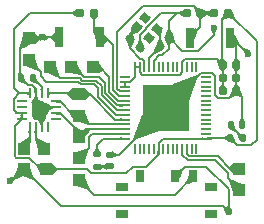
<source format=gtl>
%TF.GenerationSoftware,KiCad,Pcbnew,8.0.3*%
%TF.CreationDate,2025-03-09T13:34:34-05:00*%
%TF.ProjectId,HearingAid_RightV3,48656172-696e-4674-9169-645f52696768,rev?*%
%TF.SameCoordinates,Original*%
%TF.FileFunction,Copper,L1,Top*%
%TF.FilePolarity,Positive*%
%FSLAX46Y46*%
G04 Gerber Fmt 4.6, Leading zero omitted, Abs format (unit mm)*
G04 Created by KiCad (PCBNEW 8.0.3) date 2025-03-09 13:34:34*
%MOMM*%
%LPD*%
G01*
G04 APERTURE LIST*
G04 Aperture macros list*
%AMRoundRect*
0 Rectangle with rounded corners*
0 $1 Rounding radius*
0 $2 $3 $4 $5 $6 $7 $8 $9 X,Y pos of 4 corners*
0 Add a 4 corners polygon primitive as box body*
4,1,4,$2,$3,$4,$5,$6,$7,$8,$9,$2,$3,0*
0 Add four circle primitives for the rounded corners*
1,1,$1+$1,$2,$3*
1,1,$1+$1,$4,$5*
1,1,$1+$1,$6,$7*
1,1,$1+$1,$8,$9*
0 Add four rect primitives between the rounded corners*
20,1,$1+$1,$2,$3,$4,$5,0*
20,1,$1+$1,$4,$5,$6,$7,0*
20,1,$1+$1,$6,$7,$8,$9,0*
20,1,$1+$1,$8,$9,$2,$3,0*%
%AMRotRect*
0 Rectangle, with rotation*
0 The origin of the aperture is its center*
0 $1 length*
0 $2 width*
0 $3 Rotation angle, in degrees counterclockwise*
0 Add horizontal line*
21,1,$1,$2,0,0,$3*%
G04 Aperture macros list end*
%TA.AperFunction,SMDPad,CuDef*%
%ADD10R,1.000000X1.000000*%
%TD*%
%TA.AperFunction,SMDPad,CuDef*%
%ADD11RoundRect,0.135000X-0.135000X-0.185000X0.135000X-0.185000X0.135000X0.185000X-0.135000X0.185000X0*%
%TD*%
%TA.AperFunction,SMDPad,CuDef*%
%ADD12RoundRect,0.062500X-0.062500X0.350000X-0.062500X-0.350000X0.062500X-0.350000X0.062500X0.350000X0*%
%TD*%
%TA.AperFunction,SMDPad,CuDef*%
%ADD13RoundRect,0.062500X-0.350000X0.062500X-0.350000X-0.062500X0.350000X-0.062500X0.350000X0.062500X0*%
%TD*%
%TA.AperFunction,HeatsinkPad*%
%ADD14R,1.230000X1.230000*%
%TD*%
%TA.AperFunction,SMDPad,CuDef*%
%ADD15R,0.800000X1.700000*%
%TD*%
%TA.AperFunction,SMDPad,CuDef*%
%ADD16RoundRect,0.155000X0.023164X0.262001X-0.256555X-0.057970X-0.023164X-0.262001X0.256555X0.057970X0*%
%TD*%
%TA.AperFunction,SMDPad,CuDef*%
%ADD17RoundRect,0.160000X0.197500X0.160000X-0.197500X0.160000X-0.197500X-0.160000X0.197500X-0.160000X0*%
%TD*%
%TA.AperFunction,SMDPad,CuDef*%
%ADD18RoundRect,0.147500X0.147500X0.172500X-0.147500X0.172500X-0.147500X-0.172500X0.147500X-0.172500X0*%
%TD*%
%TA.AperFunction,SMDPad,CuDef*%
%ADD19R,0.700000X1.100000*%
%TD*%
%TA.AperFunction,SMDPad,CuDef*%
%ADD20R,1.000000X0.800000*%
%TD*%
%TA.AperFunction,SMDPad,CuDef*%
%ADD21RoundRect,0.155000X0.212500X0.155000X-0.212500X0.155000X-0.212500X-0.155000X0.212500X-0.155000X0*%
%TD*%
%TA.AperFunction,SMDPad,CuDef*%
%ADD22RoundRect,0.050000X-0.350000X-0.050000X0.350000X-0.050000X0.350000X0.050000X-0.350000X0.050000X0*%
%TD*%
%TA.AperFunction,SMDPad,CuDef*%
%ADD23RoundRect,0.050000X-0.050000X-0.350000X0.050000X-0.350000X0.050000X0.350000X-0.050000X0.350000X0*%
%TD*%
%TA.AperFunction,HeatsinkPad*%
%ADD24R,4.000000X4.000000*%
%TD*%
%TA.AperFunction,SMDPad,CuDef*%
%ADD25RoundRect,0.155000X-0.212500X-0.155000X0.212500X-0.155000X0.212500X0.155000X-0.212500X0.155000X0*%
%TD*%
%TA.AperFunction,SMDPad,CuDef*%
%ADD26RoundRect,0.135000X0.135000X0.185000X-0.135000X0.185000X-0.135000X-0.185000X0.135000X-0.185000X0*%
%TD*%
%TA.AperFunction,SMDPad,CuDef*%
%ADD27RoundRect,0.160000X-0.197500X-0.160000X0.197500X-0.160000X0.197500X0.160000X-0.197500X0.160000X0*%
%TD*%
%TA.AperFunction,SMDPad,CuDef*%
%ADD28RoundRect,0.147500X-0.172500X0.147500X-0.172500X-0.147500X0.172500X-0.147500X0.172500X0.147500X0*%
%TD*%
%TA.AperFunction,SMDPad,CuDef*%
%ADD29RoundRect,0.135000X0.185000X-0.135000X0.185000X0.135000X-0.185000X0.135000X-0.185000X-0.135000X0*%
%TD*%
%TA.AperFunction,SMDPad,CuDef*%
%ADD30RotRect,0.700000X0.750000X229.920000*%
%TD*%
%TA.AperFunction,SMDPad,CuDef*%
%ADD31RoundRect,0.155000X-0.262417X0.017855X0.063152X-0.255329X0.262417X-0.017855X-0.063152X0.255329X0*%
%TD*%
%TA.AperFunction,ViaPad*%
%ADD32C,0.600000*%
%TD*%
%TA.AperFunction,Conductor*%
%ADD33C,0.127000*%
%TD*%
%TA.AperFunction,Conductor*%
%ADD34C,0.200000*%
%TD*%
G04 APERTURE END LIST*
D10*
%TO.P,TP23,1,1*%
%TO.N,D+*%
X124380000Y-75360000D03*
%TD*%
%TO.P,TP24,1,1*%
%TO.N,B+*%
X106130000Y-75350000D03*
%TD*%
D11*
%TO.P,R11,1*%
%TO.N,VDD_ESP*%
X123630000Y-72730000D03*
%TO.P,R11,2*%
%TO.N,Net-(D3-A)*%
X124650000Y-72730000D03*
%TD*%
D10*
%TO.P,TP16,1,1*%
%TO.N,CLK1*%
X110140000Y-66730000D03*
%TD*%
D12*
%TO.P,U5,1,DIN*%
%TO.N,SPK2_DATA*%
X108142500Y-68922500D03*
%TO.P,U5,2,GAIN_SLOT*%
%TO.N,Net-(U5-GAIN_SLOT)*%
X107642500Y-68922500D03*
%TO.P,U5,3,GND*%
%TO.N,B-*%
X107142500Y-68922500D03*
%TO.P,U5,4,~{SD_MODE}*%
%TO.N,VDD_ESP*%
X106642500Y-68922500D03*
D13*
%TO.P,U5,5,NC*%
%TO.N,unconnected-(U5-NC-Pad5)*%
X105955000Y-69610000D03*
%TO.P,U5,6,NC*%
%TO.N,unconnected-(U5-NC-Pad6)*%
X105955000Y-70110000D03*
%TO.P,U5,7,VDD*%
%TO.N,VDD_ESP*%
X105955000Y-70610000D03*
%TO.P,U5,8,VDD*%
X105955000Y-71110000D03*
D12*
%TO.P,U5,9,OUTP*%
%TO.N,SPK2_P*%
X106642500Y-71797500D03*
%TO.P,U5,10,OUTN*%
%TO.N,SPK2_N*%
X107142500Y-71797500D03*
%TO.P,U5,11,GND*%
%TO.N,B-*%
X107642500Y-71797500D03*
%TO.P,U5,12,NC*%
%TO.N,unconnected-(U5-NC-Pad12)*%
X108142500Y-71797500D03*
D13*
%TO.P,U5,13,NC*%
%TO.N,unconnected-(U5-NC-Pad13)*%
X108830000Y-71110000D03*
%TO.P,U5,14,LRCLK*%
%TO.N,SEL2*%
X108830000Y-70610000D03*
%TO.P,U5,15,GND*%
%TO.N,B-*%
X108830000Y-70110000D03*
%TO.P,U5,16,BCLK*%
%TO.N,CLK2*%
X108830000Y-69610000D03*
D14*
%TO.P,U5,17,PAD*%
%TO.N,B-*%
X107392500Y-70360000D03*
%TD*%
D15*
%TO.P,SW2,1,1*%
%TO.N,B-*%
X109150000Y-64180000D03*
%TO.P,SW2,2,2*%
%TO.N,BOOT*%
X112550000Y-64180000D03*
%TD*%
D16*
%TO.P,C7,1*%
%TO.N,B-*%
X118417020Y-64165486D03*
%TO.P,C7,2*%
%TO.N,Net-(U8-XTAL_N)*%
X117670000Y-65020000D03*
%TD*%
D10*
%TO.P,TP22,1,1*%
%TO.N,D-*%
X124370000Y-77070000D03*
%TD*%
D17*
%TO.P,R14,1*%
%TO.N,VDD_ESP*%
X123460000Y-62140000D03*
%TO.P,R14,2*%
%TO.N,RESET*%
X122265000Y-62140000D03*
%TD*%
D10*
%TO.P,TP20,1,1*%
%TO.N,VDD_ESP*%
X108030000Y-75370000D03*
%TD*%
D18*
%TO.P,D3,1,K*%
%TO.N,B-*%
X124610000Y-71620000D03*
%TO.P,D3,2,A*%
%TO.N,Net-(D3-A)*%
X123640000Y-71620000D03*
%TD*%
D19*
%TO.P,S1,1*%
%TO.N,unconnected-(S1-Pad1)*%
X115970000Y-75935000D03*
%TO.P,S1,2*%
%TO.N,B+*%
X118970000Y-75935000D03*
%TO.P,S1,3*%
%TO.N,Net-(Q1-D)*%
X120470000Y-75935000D03*
D20*
%TO.P,S1,Z1*%
%TO.N,N/C*%
X121970000Y-79135000D03*
%TO.P,S1,Z2*%
X114470000Y-79135000D03*
%TO.P,S1,Z3*%
X114470000Y-76835000D03*
%TO.P,S1,Z4*%
X121970000Y-76835000D03*
%TD*%
D10*
%TO.P,TP21,1,1*%
%TO.N,Net-(Q1-D)*%
X110810000Y-76250000D03*
%TD*%
%TO.P,TP15,1,1*%
%TO.N,SEL1*%
X108340000Y-66720000D03*
%TD*%
%TO.P,TP7,1,1*%
%TO.N,SEL2*%
X110790000Y-72600000D03*
%TD*%
%TO.P,TP3,1,1*%
%TO.N,SPK2_P*%
X106120000Y-73600000D03*
%TD*%
%TO.P,TP18,1,1*%
%TO.N,MIC_DATA1*%
X106540000Y-66120000D03*
%TD*%
D21*
%TO.P,C5,1*%
%TO.N,RESET*%
X121085000Y-62130000D03*
%TO.P,C5,2*%
%TO.N,B-*%
X119950000Y-62130000D03*
%TD*%
D22*
%TO.P,U8,1,LNA_IN*%
%TO.N,unconnected-(U8-LNA_IN-Pad1)*%
X114690000Y-67550000D03*
%TO.P,U8,2,VDD3P3*%
%TO.N,VDD_ESP*%
X114690000Y-67950000D03*
%TO.P,U8,3,VDD3P3*%
X114690000Y-68350000D03*
%TO.P,U8,4,CHIP_PU*%
%TO.N,RESET*%
X114690000Y-68750000D03*
%TO.P,U8,5,GPIO0*%
%TO.N,BOOT*%
X114690000Y-69150000D03*
%TO.P,U8,6,GPIO1*%
%TO.N,SPK_DATA1*%
X114690000Y-69550000D03*
%TO.P,U8,7,GPIO2*%
%TO.N,CLK1*%
X114690000Y-69950000D03*
%TO.P,U8,8,GPIO3*%
%TO.N,SEL1*%
X114690000Y-70350000D03*
%TO.P,U8,9,GPIO4*%
%TO.N,MIC_DATA1*%
X114690000Y-70750000D03*
%TO.P,U8,10,GPIO5*%
%TO.N,SPK2_DATA*%
X114690000Y-71150000D03*
%TO.P,U8,11,GPIO6*%
%TO.N,CLK2*%
X114690000Y-71550000D03*
%TO.P,U8,12,GPIO7*%
%TO.N,SEL2*%
X114690000Y-71950000D03*
%TO.P,U8,13,GPIO8*%
%TO.N,MIC_DATA2*%
X114690000Y-72350000D03*
%TO.P,U8,14,GPIO9*%
%TO.N,Net-(U8-GPIO9)*%
X114690000Y-72750000D03*
D23*
%TO.P,U8,15,GPIO10*%
%TO.N,unconnected-(U8-GPIO10-Pad15)*%
X115540000Y-73600000D03*
%TO.P,U8,16,GPIO11*%
%TO.N,unconnected-(U8-GPIO11-Pad16)*%
X115940000Y-73600000D03*
%TO.P,U8,17,GPIO12*%
%TO.N,unconnected-(U8-GPIO12-Pad17)*%
X116340000Y-73600000D03*
%TO.P,U8,18,GPIO13*%
%TO.N,unconnected-(U8-GPIO13-Pad18)*%
X116740000Y-73600000D03*
%TO.P,U8,19,GPIO14*%
%TO.N,unconnected-(U8-GPIO14-Pad19)*%
X117140000Y-73600000D03*
%TO.P,U8,20,VDD3P3_RTC*%
%TO.N,VDD_ESP*%
X117540000Y-73600000D03*
%TO.P,U8,21,XTAL_32K_P*%
%TO.N,unconnected-(U8-XTAL_32K_P-Pad21)*%
X117940000Y-73600000D03*
%TO.P,U8,22,XTAL_32K_N*%
%TO.N,unconnected-(U8-XTAL_32K_N-Pad22)*%
X118340000Y-73600000D03*
%TO.P,U8,23,GPIO17*%
%TO.N,unconnected-(U8-GPIO17-Pad23)*%
X118740000Y-73600000D03*
%TO.P,U8,24,GPIO18*%
%TO.N,unconnected-(U8-GPIO18-Pad24)*%
X119140000Y-73600000D03*
%TO.P,U8,25,GPIO19/USB_D-*%
%TO.N,D-*%
X119540000Y-73600000D03*
%TO.P,U8,26,GPIO20/USB_D+*%
%TO.N,D+*%
X119940000Y-73600000D03*
%TO.P,U8,27,GPIO21*%
%TO.N,unconnected-(U8-GPIO21-Pad27)*%
X120340000Y-73600000D03*
%TO.P,U8,28,SPICS1*%
%TO.N,unconnected-(U8-SPICS1-Pad28)*%
X120740000Y-73600000D03*
D22*
%TO.P,U8,29,VDD_SPI*%
%TO.N,VDD_ESP*%
X121590000Y-72750000D03*
%TO.P,U8,30,SPIHD*%
%TO.N,unconnected-(U8-SPIHD-Pad30)*%
X121590000Y-72350000D03*
%TO.P,U8,31,SPIWP*%
%TO.N,unconnected-(U8-SPIWP-Pad31)*%
X121590000Y-71950000D03*
%TO.P,U8,32,SPICS0*%
%TO.N,unconnected-(U8-SPICS0-Pad32)*%
X121590000Y-71550000D03*
%TO.P,U8,33,SPICLK*%
%TO.N,unconnected-(U8-SPICLK-Pad33)*%
X121590000Y-71150000D03*
%TO.P,U8,34,SPIQ*%
%TO.N,unconnected-(U8-SPIQ-Pad34)*%
X121590000Y-70750000D03*
%TO.P,U8,35,SPID*%
%TO.N,unconnected-(U8-SPID-Pad35)*%
X121590000Y-70350000D03*
%TO.P,U8,36,SPICLK_N*%
%TO.N,unconnected-(U8-SPICLK_N-Pad36)*%
X121590000Y-69950000D03*
%TO.P,U8,37,SPICLK_P*%
%TO.N,unconnected-(U8-SPICLK_P-Pad37)*%
X121590000Y-69550000D03*
%TO.P,U8,38,GPIO33*%
%TO.N,unconnected-(U8-GPIO33-Pad38)*%
X121590000Y-69150000D03*
%TO.P,U8,39,GPIO34*%
%TO.N,unconnected-(U8-GPIO34-Pad39)*%
X121590000Y-68750000D03*
%TO.P,U8,40,GPIO35*%
%TO.N,unconnected-(U8-GPIO35-Pad40)*%
X121590000Y-68350000D03*
%TO.P,U8,41,GPIO36*%
%TO.N,unconnected-(U8-GPIO36-Pad41)*%
X121590000Y-67950000D03*
%TO.P,U8,42,GPIO37*%
%TO.N,unconnected-(U8-GPIO37-Pad42)*%
X121590000Y-67550000D03*
D23*
%TO.P,U8,43,GPIO38*%
%TO.N,unconnected-(U8-GPIO38-Pad43)*%
X120740000Y-66700000D03*
%TO.P,U8,44,MTCK*%
%TO.N,unconnected-(U8-MTCK-Pad44)*%
X120340000Y-66700000D03*
%TO.P,U8,45,MTDO*%
%TO.N,unconnected-(U8-MTDO-Pad45)*%
X119940000Y-66700000D03*
%TO.P,U8,46,VDD3P3_CPU*%
%TO.N,VDD_ESP*%
X119540000Y-66700000D03*
%TO.P,U8,47,MTDI*%
%TO.N,unconnected-(U8-MTDI-Pad47)*%
X119140000Y-66700000D03*
%TO.P,U8,48,MTMS*%
%TO.N,unconnected-(U8-MTMS-Pad48)*%
X118740000Y-66700000D03*
%TO.P,U8,49,U0TXD*%
%TO.N,unconnected-(U8-U0TXD-Pad49)*%
X118340000Y-66700000D03*
%TO.P,U8,50,U0RXD*%
%TO.N,unconnected-(U8-U0RXD-Pad50)*%
X117940000Y-66700000D03*
%TO.P,U8,51,GPIO45*%
%TO.N,unconnected-(U8-GPIO45-Pad51)*%
X117540000Y-66700000D03*
%TO.P,U8,52,GPIO46*%
%TO.N,B-*%
X117140000Y-66700000D03*
%TO.P,U8,53,XTAL_N*%
%TO.N,Net-(U8-XTAL_N)*%
X116740000Y-66700000D03*
%TO.P,U8,54,XTAL_P*%
%TO.N,Net-(U8-XTAL_P)*%
X116340000Y-66700000D03*
%TO.P,U8,55,VDDA*%
%TO.N,VDD_ESP*%
X115940000Y-66700000D03*
%TO.P,U8,56,VDDA*%
X115540000Y-66700000D03*
D24*
%TO.P,U8,57,GND*%
%TO.N,B-*%
X118140000Y-70150000D03*
%TD*%
D10*
%TO.P,TP13,1,1*%
%TO.N,MIC_DATA2*%
X110780000Y-74380000D03*
%TD*%
%TO.P,TP6,1,1*%
%TO.N,B-*%
X106540000Y-64280000D03*
%TD*%
%TO.P,TP17,1,1*%
%TO.N,SPK_DATA1*%
X111960000Y-66730000D03*
%TD*%
D25*
%TO.P,C8,1*%
%TO.N,VDD_ESP*%
X122972500Y-68760000D03*
%TO.P,C8,2*%
%TO.N,B-*%
X124107500Y-68760000D03*
%TD*%
D10*
%TO.P,TP8,1,1*%
%TO.N,CLK2*%
X110800000Y-70820000D03*
%TD*%
D15*
%TO.P,RST,1,1*%
%TO.N,B-*%
X123597500Y-64200000D03*
%TO.P,RST,2,2*%
%TO.N,RESET*%
X120197500Y-64200000D03*
%TD*%
D10*
%TO.P,TP4,1,1*%
%TO.N,SPK2_N*%
X107860000Y-73600000D03*
%TD*%
%TO.P,TP9,1,1*%
%TO.N,SPK2_DATA*%
X110810000Y-68990000D03*
%TD*%
D26*
%TO.P,R13,1*%
%TO.N,Net-(U5-GAIN_SLOT)*%
X106880000Y-67630000D03*
%TO.P,R13,2*%
%TO.N,B-*%
X105860000Y-67630000D03*
%TD*%
D25*
%TO.P,C3,1*%
%TO.N,VDD_ESP*%
X122972500Y-66540000D03*
%TO.P,C3,2*%
%TO.N,B-*%
X124107500Y-66540000D03*
%TD*%
%TO.P,C4,1*%
%TO.N,VDD_ESP*%
X122982500Y-67650000D03*
%TO.P,C4,2*%
%TO.N,B-*%
X124117500Y-67650000D03*
%TD*%
D27*
%TO.P,R15,1*%
%TO.N,VDD_ESP*%
X110875000Y-62120000D03*
%TO.P,R15,2*%
%TO.N,BOOT*%
X112070000Y-62120000D03*
%TD*%
D28*
%TO.P,D4,1,K*%
%TO.N,B-*%
X113400000Y-74125000D03*
%TO.P,D4,2,A*%
%TO.N,Net-(D4-A)*%
X113400000Y-75095000D03*
%TD*%
D29*
%TO.P,R12,1*%
%TO.N,Net-(D4-A)*%
X112310000Y-75120000D03*
%TO.P,R12,2*%
%TO.N,Net-(U8-GPIO9)*%
X112310000Y-74100000D03*
%TD*%
D30*
%TO.P,Y1,1*%
%TO.N,Net-(U8-XTAL_N)*%
X117413856Y-63444857D03*
%TO.P,Y1,2*%
%TO.N,N/C*%
X116380908Y-62575648D03*
%TO.P,Y1,3*%
%TO.N,Net-(U8-XTAL_P)*%
X115737052Y-63340791D03*
%TO.P,Y1,4*%
%TO.N,N/C*%
X116770000Y-64210000D03*
%TD*%
D31*
%TO.P,C6,1*%
%TO.N,Net-(U8-XTAL_P)*%
X115135270Y-64365218D03*
%TO.P,C6,2*%
%TO.N,B-*%
X116004730Y-65094782D03*
%TD*%
D32*
%TO.N,B-*%
X107700000Y-64180000D03*
X122220000Y-63380000D03*
X125150000Y-65570000D03*
%TO.N,B+*%
X104950000Y-76350000D03*
X123480000Y-78930000D03*
%TD*%
D33*
%TO.N,B-*%
X105860000Y-67630000D02*
X105776500Y-67546500D01*
X117140000Y-66700000D02*
X117140000Y-66160000D01*
X118140000Y-70155258D02*
X118140000Y-70150000D01*
X115994220Y-65084272D02*
X115994220Y-64027096D01*
X116004730Y-65094782D02*
X115994220Y-65084272D01*
X107142500Y-70110000D02*
X107392500Y-70360000D01*
X122341500Y-69092644D02*
X122582356Y-69333500D01*
X122076500Y-67186500D02*
X122341500Y-67451500D01*
D34*
X118417020Y-62822980D02*
X119110000Y-62130000D01*
D33*
X123534000Y-69333500D02*
X124107500Y-68760000D01*
X124610000Y-69262500D02*
X124107500Y-68760000D01*
X107600000Y-64180000D02*
X107500000Y-64280000D01*
X117596817Y-65703183D02*
X117846817Y-65703183D01*
X123780000Y-64200000D02*
X125150000Y-65570000D01*
X122341500Y-67451500D02*
X122341500Y-69092644D01*
X116512832Y-63402408D02*
X117785240Y-62130000D01*
D34*
X118417020Y-64165486D02*
X118417020Y-62822980D01*
D33*
X107700000Y-64180000D02*
X107600000Y-64180000D01*
X106476500Y-68246500D02*
X106841766Y-68246500D01*
X122220000Y-63954500D02*
X122220000Y-63380000D01*
X114159742Y-74125000D02*
X118134742Y-70150000D01*
X107642500Y-70610000D02*
X107392500Y-70360000D01*
X124107500Y-64710000D02*
X123597500Y-64200000D01*
X107642500Y-71797500D02*
X107642500Y-70610000D01*
X107500000Y-64280000D02*
X106540000Y-64280000D01*
X106841766Y-68246500D02*
X107142500Y-68547234D01*
X124610000Y-71620000D02*
X124610000Y-69262500D01*
X118140000Y-70150000D02*
X121103500Y-67186500D01*
X105776500Y-65043500D02*
X106540000Y-64280000D01*
X107142500Y-68922500D02*
X107142500Y-70110000D01*
X118134742Y-70150000D02*
X118140000Y-70150000D01*
X118417020Y-64165486D02*
X119565034Y-65313500D01*
X105860000Y-67630000D02*
X106476500Y-68246500D01*
X117785240Y-62130000D02*
X119950000Y-62130000D01*
X120861000Y-65313500D02*
X122220000Y-63954500D01*
X124107500Y-66540000D02*
X124107500Y-64710000D01*
X107392500Y-70360000D02*
X107642500Y-70110000D01*
X124107500Y-66540000D02*
X124107500Y-68760000D01*
X107642500Y-70110000D02*
X108830000Y-70110000D01*
X109150000Y-64180000D02*
X107700000Y-64180000D01*
X118417020Y-65132980D02*
X118417020Y-64165486D01*
X105776500Y-67546500D02*
X105776500Y-65043500D01*
X107142500Y-68547234D02*
X107142500Y-68922500D01*
X123597500Y-64200000D02*
X123780000Y-64200000D01*
X119565034Y-65313500D02*
X120861000Y-65313500D01*
X122582356Y-69333500D02*
X123534000Y-69333500D01*
X116512832Y-63508484D02*
X116512832Y-63402408D01*
X121103500Y-67186500D02*
X122076500Y-67186500D01*
X117846817Y-65703183D02*
X118417020Y-65132980D01*
D34*
X119110000Y-62130000D02*
X119950000Y-62130000D01*
D33*
X115994220Y-64027096D02*
X116512832Y-63508484D01*
X117140000Y-66160000D02*
X117596817Y-65703183D01*
X113400000Y-74125000D02*
X114159742Y-74125000D01*
%TO.N,B+*%
X118970000Y-75935000D02*
X119783500Y-75121500D01*
X123021500Y-78471500D02*
X109251500Y-78471500D01*
X109251500Y-78471500D02*
X106130000Y-75350000D01*
X105130000Y-76350000D02*
X104950000Y-76350000D01*
X123480000Y-77010000D02*
X123480000Y-78930000D01*
X123480000Y-78930000D02*
X123021500Y-78471500D01*
X119783500Y-75121500D02*
X121591500Y-75121500D01*
X121591500Y-75121500D02*
X123480000Y-77010000D01*
X106130000Y-75350000D02*
X105130000Y-76350000D01*
%TO.N,VDD_ESP*%
X114690000Y-67950000D02*
X115134742Y-67950000D01*
X123630000Y-72730000D02*
X124213500Y-73313500D01*
X105356500Y-71708500D02*
X105955000Y-71110000D01*
X115940000Y-66700000D02*
X115940000Y-67144742D01*
X114690000Y-68350000D02*
X114690000Y-67950000D01*
X122934000Y-66501500D02*
X122972500Y-66540000D01*
X117540000Y-74044742D02*
X116463242Y-75121500D01*
X121590000Y-72750000D02*
X117945258Y-72750000D01*
X111457000Y-75370000D02*
X108030000Y-75370000D01*
X105279000Y-70346499D02*
X105542501Y-70610000D01*
X122469000Y-66036500D02*
X122972500Y-66540000D01*
X107620000Y-75370000D02*
X106613500Y-74363500D01*
X105955000Y-70610000D02*
X105955000Y-71110000D01*
X119540000Y-66700000D02*
X119540000Y-66255258D01*
X106680000Y-62120000D02*
X110875000Y-62120000D01*
X119758758Y-66036500D02*
X122469000Y-66036500D01*
X119321242Y-67363500D02*
X119540000Y-67144742D01*
X125850000Y-72860000D02*
X125850000Y-64530000D01*
X115540000Y-67544742D02*
X115540000Y-66700000D01*
X125396500Y-73313500D02*
X125850000Y-72860000D01*
X105356500Y-74216500D02*
X105356500Y-71708500D01*
X119540000Y-66255258D02*
X119758758Y-66036500D01*
X119540000Y-67144742D02*
X119540000Y-66700000D01*
X122972500Y-66540000D02*
X122972500Y-68760000D01*
X124213500Y-73313500D02*
X125396500Y-73313500D01*
X114768000Y-75710000D02*
X111797000Y-75710000D01*
X116463242Y-75121500D02*
X115356500Y-75121500D01*
X121590000Y-72750000D02*
X121610000Y-72730000D01*
X106613500Y-74363500D02*
X105503500Y-74363500D01*
X105542501Y-70610000D02*
X105955000Y-70610000D01*
X117540000Y-73155258D02*
X117540000Y-73600000D01*
X125850000Y-64530000D02*
X123460000Y-62140000D01*
X117540000Y-73600000D02*
X117540000Y-74044742D01*
X108030000Y-75370000D02*
X107620000Y-75370000D01*
X105326500Y-68506500D02*
X105326500Y-63473500D01*
X123460000Y-62140000D02*
X122934000Y-62666000D01*
X105279000Y-69410734D02*
X105279000Y-70346499D01*
X105742500Y-68922500D02*
X105326500Y-68506500D01*
X117945258Y-72750000D02*
X117540000Y-73155258D01*
X106642500Y-68922500D02*
X105767234Y-68922500D01*
X105503500Y-74363500D02*
X105356500Y-74216500D01*
X111797000Y-75710000D02*
X111457000Y-75370000D01*
X105326500Y-63473500D02*
X106680000Y-62120000D01*
X115134742Y-67950000D02*
X115540000Y-67544742D01*
X116158758Y-67363500D02*
X119321242Y-67363500D01*
X105767234Y-68922500D02*
X105279000Y-69410734D01*
X122934000Y-62666000D02*
X122934000Y-66501500D01*
X115940000Y-67144742D02*
X116158758Y-67363500D01*
X106642500Y-68922500D02*
X105742500Y-68922500D01*
X115356500Y-75121500D02*
X114768000Y-75710000D01*
X121610000Y-72730000D02*
X123630000Y-72730000D01*
X115940000Y-66700000D02*
X115540000Y-66700000D01*
%TO.N,D-*%
X123380000Y-76080000D02*
X123380000Y-75680000D01*
X119540000Y-74107190D02*
X119540000Y-73600000D01*
X124370000Y-77070000D02*
X123380000Y-76080000D01*
X120023310Y-74590500D02*
X119540000Y-74107190D01*
X123380000Y-75680000D02*
X122290500Y-74590500D01*
X122290500Y-74590500D02*
X120023310Y-74590500D01*
%TO.N,D+*%
X123630000Y-75360000D02*
X122533500Y-74263500D01*
X119940000Y-74044742D02*
X119940000Y-73600000D01*
X124380000Y-75360000D02*
X123630000Y-75360000D01*
X120158758Y-74263500D02*
X119940000Y-74044742D01*
X122533500Y-74263500D02*
X120158758Y-74263500D01*
%TO.N,CLK1*%
X114690000Y-69950000D02*
X114057914Y-69950000D01*
X111223000Y-67520000D02*
X110433000Y-66730000D01*
X113039000Y-68931086D02*
X113039000Y-68069000D01*
X113039000Y-68069000D02*
X112490000Y-67520000D01*
X110433000Y-66730000D02*
X110140000Y-66730000D01*
X114057914Y-69950000D02*
X113039000Y-68931086D01*
X112490000Y-67520000D02*
X111223000Y-67520000D01*
%TO.N,SEL1*%
X114690000Y-70350000D02*
X113995466Y-70350000D01*
X109230000Y-67610000D02*
X108340000Y-66720000D01*
X112229448Y-67847000D02*
X111087552Y-67847000D01*
X110850552Y-67610000D02*
X109230000Y-67610000D01*
X113995466Y-70350000D02*
X112712000Y-69066534D01*
X111087552Y-67847000D02*
X110850552Y-67610000D01*
X112712000Y-68329552D02*
X112229448Y-67847000D01*
X112712000Y-69066534D02*
X112712000Y-68329552D01*
%TO.N,MIC_DATA1*%
X112094000Y-68174000D02*
X110952104Y-68174000D01*
X107576500Y-67156500D02*
X106540000Y-66120000D01*
X113933018Y-70750000D02*
X112385000Y-69201982D01*
X114690000Y-70750000D02*
X113933018Y-70750000D01*
X107576500Y-67483500D02*
X107576500Y-67156500D01*
X110715104Y-67937000D02*
X108030000Y-67937000D01*
X112385000Y-68465000D02*
X112094000Y-68174000D01*
X112385000Y-69201982D02*
X112385000Y-68465000D01*
X110952104Y-68174000D02*
X110715104Y-67937000D01*
X108030000Y-67937000D02*
X107576500Y-67483500D01*
%TO.N,Net-(Q1-D)*%
X118906500Y-77498500D02*
X120470000Y-75935000D01*
X112058500Y-77498500D02*
X118906500Y-77498500D01*
X110810000Y-76250000D02*
X112058500Y-77498500D01*
%TO.N,SPK_DATA1*%
X111960000Y-66730000D02*
X112587000Y-66730000D01*
X112587000Y-66730000D02*
X113366000Y-67509000D01*
X113366000Y-68795638D02*
X114120362Y-69550000D01*
X114120362Y-69550000D02*
X114690000Y-69550000D01*
X113366000Y-67509000D02*
X113366000Y-68795638D01*
%TO.N,Net-(D3-A)*%
X123640000Y-71620000D02*
X123640000Y-71720000D01*
X123640000Y-71720000D02*
X124650000Y-72730000D01*
%TO.N,Net-(D4-A)*%
X113375000Y-75120000D02*
X113400000Y-75095000D01*
X112310000Y-75120000D02*
X113375000Y-75120000D01*
%TO.N,SEL2*%
X110790000Y-72600000D02*
X110790000Y-72194734D01*
X109205266Y-70610000D02*
X108830000Y-70610000D01*
X114690000Y-71950000D02*
X111440000Y-71950000D01*
X110790000Y-72194734D02*
X109205266Y-70610000D01*
X111440000Y-71950000D02*
X110790000Y-72600000D01*
%TO.N,MIC_DATA2*%
X111620000Y-73540000D02*
X110780000Y-74380000D01*
X111620000Y-72600000D02*
X111620000Y-73540000D01*
X111870000Y-72350000D02*
X111620000Y-72600000D01*
X114690000Y-72350000D02*
X111870000Y-72350000D01*
%TO.N,CLK2*%
X114690000Y-71550000D02*
X111530000Y-71550000D01*
X108830000Y-69610000D02*
X109205266Y-69610000D01*
X109205266Y-69610000D02*
X110415266Y-70820000D01*
X111530000Y-71550000D02*
X110800000Y-70820000D01*
X110415266Y-70820000D02*
X110800000Y-70820000D01*
%TO.N,Net-(U8-GPIO9)*%
X114690000Y-72750000D02*
X112860000Y-72750000D01*
X112860000Y-72750000D02*
X112310000Y-73300000D01*
X112310000Y-73300000D02*
X112310000Y-74100000D01*
%TO.N,Net-(U5-GAIN_SLOT)*%
X107642500Y-68392500D02*
X107642500Y-68922500D01*
X106880000Y-67630000D02*
X107642500Y-68392500D01*
%TO.N,SPK2_P*%
X106642500Y-71797500D02*
X106642500Y-73077500D01*
X106642500Y-73077500D02*
X106120000Y-73600000D01*
%TO.N,SPK2_N*%
X107142500Y-72882500D02*
X107860000Y-73600000D01*
X107142500Y-71797500D02*
X107142500Y-72882500D01*
%TO.N,RESET*%
X114020000Y-63720000D02*
X116183500Y-61556500D01*
X121085000Y-63312500D02*
X120197500Y-64200000D01*
X114245258Y-68750000D02*
X114020000Y-68524742D01*
X114690000Y-68750000D02*
X114245258Y-68750000D01*
X120511500Y-61556500D02*
X121085000Y-62130000D01*
X121085000Y-62130000D02*
X121085000Y-63312500D01*
X122255000Y-62130000D02*
X122265000Y-62140000D01*
X116183500Y-61556500D02*
X120511500Y-61556500D01*
X121085000Y-62130000D02*
X122255000Y-62130000D01*
X114020000Y-68524742D02*
X114020000Y-63720000D01*
%TO.N,SPK2_DATA*%
X110742500Y-68922500D02*
X110810000Y-68990000D01*
X111710570Y-68990000D02*
X110810000Y-68990000D01*
X108142500Y-68922500D02*
X110742500Y-68922500D01*
X113870570Y-71150000D02*
X111710570Y-68990000D01*
X114690000Y-71150000D02*
X113870570Y-71150000D01*
%TO.N,BOOT*%
X113693000Y-68660190D02*
X113693000Y-64800000D01*
X112070000Y-63700000D02*
X112550000Y-64180000D01*
X114690000Y-69150000D02*
X114182810Y-69150000D01*
X113193000Y-64300000D02*
X112670000Y-64300000D01*
X113693000Y-64800000D02*
X113193000Y-64300000D01*
X112670000Y-64300000D02*
X112550000Y-64180000D01*
X114182810Y-69150000D02*
X113693000Y-68660190D01*
X112070000Y-62120000D02*
X112070000Y-63700000D01*
D34*
%TO.N,Net-(U8-XTAL_P)*%
X116340000Y-66203640D02*
X116116360Y-65980000D01*
X116340000Y-66700000D02*
X116340000Y-66203640D01*
X115135270Y-64365218D02*
X115135270Y-63942573D01*
X116116360Y-65980000D02*
X116000871Y-65980000D01*
X116000871Y-65980000D02*
X115135270Y-65114399D01*
X115135270Y-65114399D02*
X115135270Y-64365218D01*
X115135270Y-63942573D02*
X115737052Y-63340791D01*
%TO.N,Net-(U8-XTAL_N)*%
X117413856Y-63444857D02*
X117670000Y-63701001D01*
X116740000Y-65950000D02*
X117670000Y-65020000D01*
X117670000Y-63701001D02*
X117670000Y-65020000D01*
X116740000Y-66700000D02*
X116740000Y-65950000D01*
%TD*%
%TA.AperFunction,Conductor*%
%TO.N,VDD_ESP*%
G36*
X105503883Y-70476797D02*
G01*
X105950593Y-70484782D01*
X105958803Y-70488356D01*
X105962081Y-70496689D01*
X105962065Y-70497134D01*
X105956250Y-70601006D01*
X105952366Y-70609075D01*
X105946072Y-70611955D01*
X105547145Y-70663664D01*
X105538722Y-70661496D01*
X105504174Y-70636158D01*
X105420206Y-70574576D01*
X105415562Y-70566921D01*
X105417691Y-70558223D01*
X105418846Y-70556876D01*
X105495500Y-70480222D01*
X105503772Y-70476796D01*
X105503883Y-70476797D01*
G37*
%TD.AperFunction*%
%TD*%
%TA.AperFunction,Conductor*%
%TO.N,D+*%
G36*
X119951748Y-73645049D02*
G01*
X119953447Y-73648584D01*
X120039046Y-73946679D01*
X120039500Y-73949905D01*
X120039500Y-73951730D01*
X120039314Y-73953805D01*
X120024624Y-74035307D01*
X120021383Y-74041505D01*
X119945919Y-74116968D01*
X119937646Y-74120395D01*
X119929373Y-74116968D01*
X119927069Y-74113698D01*
X119873129Y-73999661D01*
X119872174Y-73992694D01*
X119930668Y-73649844D01*
X119935437Y-73642266D01*
X119944169Y-73640280D01*
X119951748Y-73645049D01*
G37*
%TD.AperFunction*%
%TD*%
%TA.AperFunction,Conductor*%
%TO.N,Net-(D3-A)*%
G36*
X124260492Y-72246231D02*
G01*
X124702468Y-72406600D01*
X124709076Y-72412643D01*
X124709970Y-72419789D01*
X124651893Y-72724482D01*
X124646978Y-72731967D01*
X124644843Y-72733114D01*
X124390686Y-72837450D01*
X124381731Y-72837422D01*
X124375477Y-72831208D01*
X124166784Y-72340762D01*
X124166699Y-72331810D01*
X124169276Y-72327912D01*
X124248232Y-72248956D01*
X124256504Y-72245530D01*
X124260492Y-72246231D01*
G37*
%TD.AperFunction*%
%TD*%
%TA.AperFunction,Conductor*%
%TO.N,B+*%
G36*
X105641004Y-75147430D02*
G01*
X106126204Y-75347437D01*
X106132547Y-75353758D01*
X106132562Y-75353795D01*
X106332569Y-75838995D01*
X106332554Y-75847950D01*
X106326211Y-75854271D01*
X106326025Y-75854346D01*
X105328478Y-76245657D01*
X105319524Y-76245488D01*
X105315932Y-76243038D01*
X105236961Y-76164067D01*
X105233534Y-76155794D01*
X105234340Y-76151527D01*
X105625654Y-75153972D01*
X105631864Y-75147524D01*
X105640818Y-75147355D01*
X105641004Y-75147430D01*
G37*
%TD.AperFunction*%
%TD*%
%TA.AperFunction,Conductor*%
%TO.N,VDD_ESP*%
G36*
X123898267Y-72622576D02*
G01*
X123904522Y-72628790D01*
X124113214Y-73119235D01*
X124113300Y-73128189D01*
X124110721Y-73132089D01*
X124031768Y-73211042D01*
X124023495Y-73214469D01*
X124019504Y-73213767D01*
X123577530Y-73053399D01*
X123570922Y-73047356D01*
X123570028Y-73040210D01*
X123628106Y-72735515D01*
X123633021Y-72728032D01*
X123635147Y-72726889D01*
X123889316Y-72622548D01*
X123898267Y-72622576D01*
G37*
%TD.AperFunction*%
%TD*%
%TA.AperFunction,Conductor*%
%TO.N,CLK1*%
G36*
X114323747Y-69854554D02*
G01*
X114588988Y-69923488D01*
X114647427Y-69938676D01*
X114654572Y-69944074D01*
X114655808Y-69952943D01*
X114650410Y-69960088D01*
X114647427Y-69961324D01*
X114323751Y-70045444D01*
X114317972Y-70045471D01*
X114198864Y-70015714D01*
X114191668Y-70010384D01*
X114190000Y-70004363D01*
X114190000Y-69895636D01*
X114193427Y-69887363D01*
X114198862Y-69884285D01*
X114317975Y-69854528D01*
X114323747Y-69854554D01*
G37*
%TD.AperFunction*%
%TD*%
%TA.AperFunction,Conductor*%
%TO.N,VDD_ESP*%
G36*
X115951748Y-66745049D02*
G01*
X115953447Y-66748584D01*
X116039046Y-67046679D01*
X116039500Y-67049905D01*
X116039500Y-67051730D01*
X116039314Y-67053805D01*
X116024624Y-67135307D01*
X116021383Y-67141505D01*
X115945919Y-67216969D01*
X115937646Y-67220396D01*
X115929373Y-67216969D01*
X115927071Y-67213702D01*
X115873129Y-67099661D01*
X115872174Y-67092694D01*
X115930668Y-66749844D01*
X115935437Y-66742266D01*
X115944169Y-66740280D01*
X115951748Y-66745049D01*
G37*
%TD.AperFunction*%
%TD*%
%TA.AperFunction,Conductor*%
%TO.N,VDD_ESP*%
G36*
X115550088Y-66739589D02*
G01*
X115551324Y-66742572D01*
X115635444Y-67066248D01*
X115635471Y-67072027D01*
X115605714Y-67191136D01*
X115600384Y-67198332D01*
X115594363Y-67200000D01*
X115485637Y-67200000D01*
X115477364Y-67196573D01*
X115474286Y-67191136D01*
X115462756Y-67144989D01*
X115444528Y-67072024D01*
X115444554Y-67066252D01*
X115528676Y-66742571D01*
X115534074Y-66735427D01*
X115542943Y-66734191D01*
X115550088Y-66739589D01*
G37*
%TD.AperFunction*%
%TD*%
%TA.AperFunction,Conductor*%
%TO.N,RESET*%
G36*
X121364956Y-61836508D02*
G01*
X121756660Y-62063121D01*
X121762104Y-62070229D01*
X121762500Y-62073247D01*
X121762500Y-62186752D01*
X121759073Y-62195025D01*
X121756659Y-62196879D01*
X121364958Y-62423490D01*
X121356081Y-62424667D01*
X121350467Y-62421261D01*
X121286608Y-62351460D01*
X121091224Y-62137896D01*
X121088169Y-62129480D01*
X121091224Y-62122103D01*
X121350468Y-61838737D01*
X121358579Y-61834948D01*
X121364956Y-61836508D01*
G37*
%TD.AperFunction*%
%TD*%
%TA.AperFunction,Conductor*%
%TO.N,VDD_ESP*%
G36*
X123038230Y-68143427D02*
G01*
X123039498Y-68144928D01*
X123276410Y-68478730D01*
X123278404Y-68487460D01*
X123274613Y-68494273D01*
X122980244Y-68754163D01*
X122971774Y-68757069D01*
X122964756Y-68754163D01*
X122670386Y-68494273D01*
X122666453Y-68486228D01*
X122668588Y-68478732D01*
X122905502Y-68144927D01*
X122913085Y-68140165D01*
X122915043Y-68140000D01*
X123029957Y-68140000D01*
X123038230Y-68143427D01*
G37*
%TD.AperFunction*%
%TD*%
%TA.AperFunction,Conductor*%
%TO.N,VDD_ESP*%
G36*
X106523421Y-68803374D02*
G01*
X106635127Y-68914194D01*
X106638587Y-68922453D01*
X106635193Y-68930740D01*
X106635127Y-68930806D01*
X106523421Y-69041625D01*
X106515134Y-69045019D01*
X106510016Y-69043817D01*
X106399035Y-68989215D01*
X106393124Y-68982488D01*
X106392500Y-68978717D01*
X106392500Y-68866282D01*
X106395927Y-68858009D01*
X106399031Y-68855786D01*
X106510016Y-68801181D01*
X106518952Y-68800604D01*
X106523421Y-68803374D01*
G37*
%TD.AperFunction*%
%TD*%
%TA.AperFunction,Conductor*%
%TO.N,B+*%
G36*
X105400267Y-75995955D02*
G01*
X105401381Y-75996936D01*
X105480287Y-76075842D01*
X105483714Y-76084115D01*
X105481699Y-76090680D01*
X105170050Y-76550450D01*
X105162571Y-76555375D01*
X105153800Y-76553570D01*
X105152119Y-76552186D01*
X105150371Y-76550450D01*
X104952757Y-76354148D01*
X104949304Y-76345887D01*
X104949304Y-76345821D01*
X104949904Y-76090680D01*
X104949975Y-76060274D01*
X104953421Y-76052011D01*
X104960192Y-76048698D01*
X105391626Y-75993603D01*
X105400267Y-75995955D01*
G37*
%TD.AperFunction*%
%TD*%
%TA.AperFunction,Conductor*%
%TO.N,B-*%
G36*
X107048268Y-63787959D02*
G01*
X107483302Y-64206737D01*
X107483461Y-64206893D01*
X107564370Y-64287802D01*
X107567797Y-64296075D01*
X107564370Y-64304348D01*
X107563830Y-64304855D01*
X107048114Y-64759095D01*
X107039641Y-64761992D01*
X107032236Y-64758714D01*
X106547822Y-64288977D01*
X106544268Y-64280758D01*
X106547568Y-64272433D01*
X106547631Y-64272369D01*
X107031884Y-63788115D01*
X107040156Y-63784689D01*
X107048268Y-63787959D01*
G37*
%TD.AperFunction*%
%TD*%
%TA.AperFunction,Conductor*%
%TO.N,SEL2*%
G36*
X109246012Y-70587257D02*
G01*
X109365551Y-70682559D01*
X109369883Y-70690394D01*
X109367405Y-70699000D01*
X109366530Y-70699979D01*
X109289892Y-70776617D01*
X109281619Y-70780044D01*
X109280490Y-70779989D01*
X108828292Y-70736133D01*
X108820388Y-70731924D01*
X108817776Y-70723359D01*
X108828293Y-70619197D01*
X108832533Y-70611312D01*
X108839228Y-70608695D01*
X109238017Y-70584726D01*
X109246012Y-70587257D01*
G37*
%TD.AperFunction*%
%TD*%
%TA.AperFunction,Conductor*%
%TO.N,VDD_ESP*%
G36*
X110622613Y-61819696D02*
G01*
X110869633Y-62112455D01*
X110872349Y-62120988D01*
X110869633Y-62127545D01*
X110622613Y-62420303D01*
X110614659Y-62424416D01*
X110607775Y-62422864D01*
X110203304Y-62186886D01*
X110197885Y-62179757D01*
X110197500Y-62176780D01*
X110197500Y-62063219D01*
X110200927Y-62054946D01*
X110203299Y-62053116D01*
X110607776Y-61817134D01*
X110616648Y-61815926D01*
X110622613Y-61819696D01*
G37*
%TD.AperFunction*%
%TD*%
%TA.AperFunction,Conductor*%
%TO.N,RESET*%
G36*
X122012498Y-61839559D02*
G01*
X122259633Y-62132455D01*
X122262349Y-62140988D01*
X122259633Y-62147545D01*
X122012727Y-62440168D01*
X122004773Y-62444281D01*
X121997712Y-62442623D01*
X121593127Y-62196917D01*
X121587834Y-62189694D01*
X121587500Y-62186917D01*
X121587500Y-62073360D01*
X121590927Y-62065087D01*
X121593487Y-62063150D01*
X121997844Y-61836893D01*
X122006736Y-61835844D01*
X122012498Y-61839559D01*
G37*
%TD.AperFunction*%
%TD*%
%TA.AperFunction,Conductor*%
%TO.N,B-*%
G36*
X107152904Y-68954459D02*
G01*
X107153641Y-68956237D01*
X107261549Y-69292699D01*
X107261462Y-69300106D01*
X107208728Y-69452134D01*
X107202779Y-69458828D01*
X107197674Y-69460000D01*
X107087326Y-69460000D01*
X107079053Y-69456573D01*
X107076272Y-69452134D01*
X107023537Y-69300106D01*
X107023450Y-69292701D01*
X107131359Y-68956236D01*
X107137149Y-68949406D01*
X107146073Y-68948669D01*
X107152904Y-68954459D01*
G37*
%TD.AperFunction*%
%TD*%
%TA.AperFunction,Conductor*%
%TO.N,B-*%
G36*
X108658963Y-70054825D02*
G01*
X108796262Y-70098859D01*
X108803093Y-70104649D01*
X108803830Y-70113573D01*
X108798040Y-70120404D01*
X108796262Y-70121141D01*
X108459800Y-70229049D01*
X108452393Y-70228962D01*
X108300366Y-70176228D01*
X108293672Y-70170279D01*
X108292500Y-70165174D01*
X108292500Y-70054825D01*
X108295927Y-70046552D01*
X108300364Y-70043772D01*
X108452394Y-69991036D01*
X108459798Y-69990950D01*
X108658963Y-70054825D01*
G37*
%TD.AperFunction*%
%TD*%
%TA.AperFunction,Conductor*%
%TO.N,B-*%
G36*
X124473823Y-68693894D02*
G01*
X124478281Y-68699750D01*
X124500624Y-68764858D01*
X124601413Y-69058567D01*
X124668182Y-69253135D01*
X124667626Y-69262073D01*
X124660913Y-69268000D01*
X124657115Y-69268633D01*
X124548489Y-69268633D01*
X124544625Y-69267977D01*
X123990475Y-69074085D01*
X123983798Y-69068118D01*
X123983295Y-69059177D01*
X123983511Y-69058609D01*
X124105076Y-68764856D01*
X124111405Y-68758524D01*
X124113724Y-68757834D01*
X124465063Y-68692048D01*
X124473823Y-68693894D01*
G37*
%TD.AperFunction*%
%TD*%
%TA.AperFunction,Conductor*%
%TO.N,BOOT*%
G36*
X114323747Y-69054554D02*
G01*
X114588988Y-69123488D01*
X114647427Y-69138676D01*
X114654572Y-69144074D01*
X114655808Y-69152943D01*
X114650410Y-69160088D01*
X114647427Y-69161324D01*
X114323751Y-69245444D01*
X114317972Y-69245471D01*
X114198864Y-69215714D01*
X114191668Y-69210384D01*
X114190000Y-69204363D01*
X114190000Y-69095636D01*
X114193427Y-69087363D01*
X114198862Y-69084285D01*
X114317975Y-69054528D01*
X114323747Y-69054554D01*
G37*
%TD.AperFunction*%
%TD*%
%TA.AperFunction,Conductor*%
%TO.N,B-*%
G36*
X123994025Y-64081264D02*
G01*
X123999722Y-64088173D01*
X124000012Y-64089327D01*
X124168239Y-64940468D01*
X124166481Y-64949249D01*
X124159030Y-64954215D01*
X124156761Y-64954437D01*
X124044000Y-64954437D01*
X123978108Y-65035110D01*
X123970220Y-65039350D01*
X123961645Y-65036771D01*
X123958309Y-65032358D01*
X123602699Y-64211008D01*
X123602557Y-64202054D01*
X123608787Y-64195622D01*
X123610003Y-64195174D01*
X123985112Y-64080408D01*
X123994025Y-64081264D01*
G37*
%TD.AperFunction*%
%TD*%
%TA.AperFunction,Conductor*%
%TO.N,B-*%
G36*
X118129062Y-70156261D02*
G01*
X118134669Y-70163243D01*
X118134662Y-70169825D01*
X117553374Y-72144306D01*
X117547750Y-72151275D01*
X117546114Y-72152010D01*
X115484781Y-72894234D01*
X115475836Y-72893813D01*
X115472544Y-72891499D01*
X115393255Y-72812210D01*
X115389828Y-72803937D01*
X115390527Y-72799954D01*
X116137977Y-70738849D01*
X116144018Y-70732243D01*
X116145683Y-70731614D01*
X118120161Y-70155290D01*
X118129062Y-70156261D01*
G37*
%TD.AperFunction*%
%TD*%
%TA.AperFunction,Conductor*%
%TO.N,RESET*%
G36*
X114343322Y-68650954D02*
G01*
X114641416Y-68736552D01*
X114648421Y-68742130D01*
X114649432Y-68751027D01*
X114643854Y-68758033D01*
X114640154Y-68759331D01*
X114297305Y-68817825D01*
X114290334Y-68816868D01*
X114176300Y-68762929D01*
X114170287Y-68756294D01*
X114170727Y-68747350D01*
X114173027Y-68744083D01*
X114248496Y-68668614D01*
X114254689Y-68665376D01*
X114336194Y-68650686D01*
X114338269Y-68650500D01*
X114340093Y-68650500D01*
X114343322Y-68650954D01*
G37*
%TD.AperFunction*%
%TD*%
%TA.AperFunction,Conductor*%
%TO.N,VDD_ESP*%
G36*
X115043806Y-67850686D02*
G01*
X115125309Y-67865376D01*
X115131505Y-67868616D01*
X115206969Y-67944080D01*
X115210396Y-67952353D01*
X115206969Y-67960626D01*
X115203699Y-67962930D01*
X115089663Y-68016869D01*
X115082692Y-68017825D01*
X114739845Y-67959331D01*
X114732266Y-67954562D01*
X114730280Y-67945830D01*
X114735049Y-67938251D01*
X114738579Y-67936554D01*
X115036678Y-67850954D01*
X115039907Y-67850500D01*
X115041731Y-67850500D01*
X115043806Y-67850686D01*
G37*
%TD.AperFunction*%
%TD*%
%TA.AperFunction,Conductor*%
%TO.N,B-*%
G36*
X118517480Y-63445706D02*
G01*
X118520014Y-63449495D01*
X118723427Y-63939700D01*
X118723432Y-63948655D01*
X118719353Y-63953753D01*
X118422094Y-64162915D01*
X118413356Y-64164873D01*
X118411217Y-64164288D01*
X118117650Y-64053113D01*
X118111127Y-64046978D01*
X118110737Y-64038347D01*
X118314295Y-63450152D01*
X118320239Y-63443455D01*
X118325352Y-63442279D01*
X118509207Y-63442279D01*
X118517480Y-63445706D01*
G37*
%TD.AperFunction*%
%TD*%
%TA.AperFunction,Conductor*%
%TO.N,Net-(Q1-D)*%
G36*
X111307950Y-76047445D02*
G01*
X111314271Y-76053788D01*
X111314346Y-76053974D01*
X111705657Y-77051521D01*
X111705488Y-77060475D01*
X111703038Y-77064067D01*
X111624067Y-77143038D01*
X111615794Y-77146465D01*
X111611522Y-77145657D01*
X111175024Y-76974431D01*
X110613974Y-76754346D01*
X110607524Y-76748135D01*
X110607355Y-76739181D01*
X110607430Y-76738995D01*
X110807437Y-76253795D01*
X110813757Y-76247452D01*
X111298996Y-76047430D01*
X111307950Y-76047445D01*
G37*
%TD.AperFunction*%
%TD*%
%TA.AperFunction,Conductor*%
%TO.N,SEL2*%
G36*
X111722705Y-71890998D02*
G01*
X111727652Y-71898462D01*
X111727868Y-71900701D01*
X111727868Y-72010657D01*
X111726563Y-72016026D01*
X111616243Y-72229621D01*
X111614121Y-72232525D01*
X111470456Y-72376192D01*
X111396191Y-72450457D01*
X111356000Y-72547484D01*
X111356000Y-72730651D01*
X111354695Y-72736020D01*
X111295390Y-72850844D01*
X111288549Y-72856622D01*
X111279626Y-72855870D01*
X111279585Y-72855849D01*
X110793309Y-72602247D01*
X110787558Y-72595383D01*
X110787551Y-72595362D01*
X110636705Y-72112472D01*
X110637509Y-72103553D01*
X110644384Y-72097815D01*
X110645624Y-72097501D01*
X111713930Y-71889217D01*
X111722705Y-71890998D01*
G37*
%TD.AperFunction*%
%TD*%
%TA.AperFunction,Conductor*%
%TO.N,VDD_ESP*%
G36*
X115646969Y-66602543D02*
G01*
X115732313Y-66633694D01*
X115738908Y-66639749D01*
X115740000Y-66644684D01*
X115740000Y-66755315D01*
X115736573Y-66763588D01*
X115732312Y-66766306D01*
X115646970Y-66797455D01*
X115638023Y-66797072D01*
X115634726Y-66794778D01*
X115547397Y-66708314D01*
X115543929Y-66700058D01*
X115547315Y-66691768D01*
X115547397Y-66691686D01*
X115594869Y-66644684D01*
X115634727Y-66605220D01*
X115643016Y-66601835D01*
X115646969Y-66602543D01*
G37*
%TD.AperFunction*%
%TD*%
%TA.AperFunction,Conductor*%
%TO.N,B-*%
G36*
X113637575Y-73846151D02*
G01*
X114009098Y-74058132D01*
X114014586Y-74065208D01*
X114015000Y-74068294D01*
X114015000Y-74181705D01*
X114011573Y-74189978D01*
X114009098Y-74191867D01*
X113637577Y-74403847D01*
X113628693Y-74404971D01*
X113622690Y-74401051D01*
X113404967Y-74132364D01*
X113402422Y-74123781D01*
X113404967Y-74117636D01*
X113622691Y-73848946D01*
X113630560Y-73844678D01*
X113637575Y-73846151D01*
G37*
%TD.AperFunction*%
%TD*%
%TA.AperFunction,Conductor*%
%TO.N,MIC_DATA1*%
G36*
X114323747Y-70654554D02*
G01*
X114588988Y-70723488D01*
X114647427Y-70738676D01*
X114654572Y-70744074D01*
X114655808Y-70752943D01*
X114650410Y-70760088D01*
X114647427Y-70761324D01*
X114323751Y-70845444D01*
X114317972Y-70845471D01*
X114198864Y-70815714D01*
X114191668Y-70810384D01*
X114190000Y-70804363D01*
X114190000Y-70695636D01*
X114193427Y-70687363D01*
X114198862Y-70684285D01*
X114317975Y-70654528D01*
X114323747Y-70654554D01*
G37*
%TD.AperFunction*%
%TD*%
%TA.AperFunction,Conductor*%
%TO.N,B-*%
G36*
X116058444Y-64388364D02*
G01*
X116060831Y-64391815D01*
X116307866Y-64937994D01*
X116308153Y-64946945D01*
X116302257Y-64953369D01*
X116010594Y-65092974D01*
X116001653Y-65093455D01*
X115999249Y-65092284D01*
X115700395Y-64901577D01*
X115695264Y-64894238D01*
X115696090Y-64886758D01*
X115927567Y-64391681D01*
X115934176Y-64385638D01*
X115938166Y-64384937D01*
X116050171Y-64384937D01*
X116058444Y-64388364D01*
G37*
%TD.AperFunction*%
%TD*%
%TA.AperFunction,Conductor*%
%TO.N,CLK1*%
G36*
X110645290Y-66470442D02*
G01*
X110645421Y-66470692D01*
X111034616Y-67238086D01*
X111035302Y-67247014D01*
X111032454Y-67251651D01*
X110952623Y-67331482D01*
X110944350Y-67334909D01*
X110943070Y-67334839D01*
X110004728Y-67231532D01*
X109996879Y-67227220D01*
X109994378Y-67218622D01*
X109994789Y-67216584D01*
X110137908Y-66733960D01*
X110143541Y-66727008D01*
X110629444Y-66465679D01*
X110638354Y-66464779D01*
X110645290Y-66470442D01*
G37*
%TD.AperFunction*%
%TD*%
%TA.AperFunction,Conductor*%
%TO.N,VDD_ESP*%
G36*
X105963240Y-70617306D02*
G01*
X105963306Y-70617372D01*
X106074125Y-70729078D01*
X106077519Y-70737365D01*
X106076317Y-70742483D01*
X106021715Y-70853465D01*
X106014988Y-70859376D01*
X106011217Y-70860000D01*
X105898783Y-70860000D01*
X105890510Y-70856573D01*
X105888285Y-70853465D01*
X105833682Y-70742483D01*
X105833104Y-70733547D01*
X105835872Y-70729080D01*
X105946694Y-70617371D01*
X105954953Y-70613912D01*
X105963240Y-70617306D01*
G37*
%TD.AperFunction*%
%TD*%
%TA.AperFunction,Conductor*%
%TO.N,Net-(U8-XTAL_N)*%
G36*
X117668049Y-65022780D02*
G01*
X117671623Y-65030263D01*
X117703734Y-65414711D01*
X117701008Y-65423241D01*
X117695744Y-65426795D01*
X117660023Y-65438593D01*
X117656354Y-65439183D01*
X117544301Y-65439183D01*
X117515884Y-65450954D01*
X117447274Y-65479373D01*
X117447271Y-65479375D01*
X117405212Y-65521433D01*
X117400608Y-65524270D01*
X117267905Y-65568099D01*
X117258975Y-65567439D01*
X117255963Y-65565262D01*
X117124925Y-65434224D01*
X117121498Y-65425951D01*
X117122213Y-65421924D01*
X117263847Y-65035862D01*
X117269911Y-65029279D01*
X117274562Y-65028198D01*
X117659702Y-65019540D01*
X117668049Y-65022780D01*
G37*
%TD.AperFunction*%
%TD*%
%TA.AperFunction,Conductor*%
%TO.N,B+*%
G36*
X119525291Y-75295595D02*
G01*
X119526940Y-75296966D01*
X119606835Y-75376861D01*
X119610262Y-75385134D01*
X119609352Y-75389657D01*
X119324492Y-76069255D01*
X119318134Y-76075560D01*
X119309251Y-76075552D01*
X118977361Y-75939025D01*
X118971014Y-75932709D01*
X118970171Y-75927027D01*
X119024143Y-75393724D01*
X119028386Y-75385838D01*
X119033648Y-75383399D01*
X119068859Y-75376861D01*
X119516531Y-75293736D01*
X119525291Y-75295595D01*
G37*
%TD.AperFunction*%
%TD*%
%TA.AperFunction,Conductor*%
%TO.N,SEL1*%
G36*
X114323747Y-70254554D02*
G01*
X114588988Y-70323488D01*
X114647427Y-70338676D01*
X114654572Y-70344074D01*
X114655808Y-70352943D01*
X114650410Y-70360088D01*
X114647427Y-70361324D01*
X114323751Y-70445444D01*
X114317972Y-70445471D01*
X114198864Y-70415714D01*
X114191668Y-70410384D01*
X114190000Y-70404363D01*
X114190000Y-70295636D01*
X114193427Y-70287363D01*
X114198862Y-70284285D01*
X114317975Y-70254528D01*
X114323747Y-70254554D01*
G37*
%TD.AperFunction*%
%TD*%
%TA.AperFunction,Conductor*%
%TO.N,VDD_ESP*%
G36*
X123000139Y-65923427D02*
G01*
X123001010Y-65924400D01*
X123174433Y-66141827D01*
X123258809Y-66247612D01*
X123261289Y-66256217D01*
X123257822Y-66263292D01*
X122979867Y-66533828D01*
X122971549Y-66537143D01*
X122964441Y-66534614D01*
X122654031Y-66288665D01*
X122649675Y-66280842D01*
X122651353Y-66273331D01*
X122867068Y-65925532D01*
X122874341Y-65920309D01*
X122877011Y-65920000D01*
X122991866Y-65920000D01*
X123000139Y-65923427D01*
G37*
%TD.AperFunction*%
%TD*%
%TA.AperFunction,Conductor*%
%TO.N,B-*%
G36*
X122485806Y-63490059D02*
G01*
X122492117Y-63496410D01*
X122492090Y-63505365D01*
X122491846Y-63505908D01*
X122254008Y-64002526D01*
X122247344Y-64008507D01*
X122238402Y-64008024D01*
X122235183Y-64005745D01*
X122158428Y-63928990D01*
X122156215Y-63925907D01*
X121948378Y-63506002D01*
X121947779Y-63497067D01*
X121953674Y-63490326D01*
X121954346Y-63490019D01*
X122216206Y-63381163D01*
X122225159Y-63381153D01*
X122485806Y-63490059D01*
G37*
%TD.AperFunction*%
%TD*%
%TA.AperFunction,Conductor*%
%TO.N,Net-(U8-XTAL_P)*%
G36*
X115734384Y-63343694D02*
G01*
X115738242Y-63351775D01*
X115738248Y-63351907D01*
X115757028Y-63805444D01*
X115753946Y-63813852D01*
X115747704Y-63817386D01*
X115318051Y-63906116D01*
X115309256Y-63904433D01*
X115307412Y-63902931D01*
X115174554Y-63770073D01*
X115171127Y-63761800D01*
X115171234Y-63760221D01*
X115223465Y-63376740D01*
X115227977Y-63369005D01*
X115234439Y-63366636D01*
X115725942Y-63340707D01*
X115734384Y-63343694D01*
G37*
%TD.AperFunction*%
%TD*%
%TA.AperFunction,Conductor*%
%TO.N,VDD_ESP*%
G36*
X122980243Y-66545836D02*
G01*
X123274612Y-66805724D01*
X123278546Y-66813769D01*
X123276410Y-66821267D01*
X123039498Y-67155072D01*
X123031915Y-67159835D01*
X123029957Y-67160000D01*
X122915043Y-67160000D01*
X122906770Y-67156573D01*
X122905502Y-67155072D01*
X122668589Y-66821267D01*
X122666595Y-66812537D01*
X122670386Y-66805725D01*
X122964757Y-66545835D01*
X122973226Y-66542930D01*
X122980243Y-66545836D01*
G37*
%TD.AperFunction*%
%TD*%
%TA.AperFunction,Conductor*%
%TO.N,Net-(D4-A)*%
G36*
X113177617Y-74819328D02*
G01*
X113395031Y-75087634D01*
X113397577Y-75096219D01*
X113395031Y-75102366D01*
X113176998Y-75371435D01*
X113169127Y-75375705D01*
X113162627Y-75374509D01*
X112791419Y-75186746D01*
X112785583Y-75179954D01*
X112785000Y-75176306D01*
X112785000Y-75062927D01*
X112788427Y-75054654D01*
X112790421Y-75053055D01*
X113162254Y-74816818D01*
X113171073Y-74815274D01*
X113177617Y-74819328D01*
G37*
%TD.AperFunction*%
%TD*%
%TA.AperFunction,Conductor*%
%TO.N,Net-(U8-XTAL_N)*%
G36*
X117770460Y-64300220D02*
G01*
X117772994Y-64304009D01*
X117976407Y-64794214D01*
X117976412Y-64803169D01*
X117972333Y-64808267D01*
X117675074Y-65017429D01*
X117666336Y-65019387D01*
X117664197Y-65018802D01*
X117370630Y-64907627D01*
X117364107Y-64901492D01*
X117363717Y-64892861D01*
X117567275Y-64304666D01*
X117573219Y-64297969D01*
X117578332Y-64296793D01*
X117762187Y-64296793D01*
X117770460Y-64300220D01*
G37*
%TD.AperFunction*%
%TD*%
%TA.AperFunction,Conductor*%
%TO.N,BOOT*%
G36*
X112207006Y-63343444D02*
G01*
X112210336Y-63348003D01*
X112545078Y-64168929D01*
X112545029Y-64177884D01*
X112538662Y-64184181D01*
X112537470Y-64184593D01*
X112162660Y-64292103D01*
X112153763Y-64291091D01*
X112148188Y-64284083D01*
X112147886Y-64282735D01*
X112131929Y-64184593D01*
X112008708Y-63426715D01*
X112010762Y-63417999D01*
X112018378Y-63413289D01*
X112020256Y-63413137D01*
X112133499Y-63413137D01*
X112133500Y-63413137D01*
X112190526Y-63344916D01*
X112198460Y-63340767D01*
X112207006Y-63343444D01*
G37*
%TD.AperFunction*%
%TD*%
%TA.AperFunction,Conductor*%
%TO.N,VDD_ESP*%
G36*
X117542649Y-73080726D02*
G01*
X117545919Y-73083030D01*
X117621383Y-73158494D01*
X117624624Y-73164692D01*
X117639314Y-73246193D01*
X117639500Y-73248268D01*
X117639500Y-73250093D01*
X117639046Y-73253322D01*
X117553447Y-73551415D01*
X117547869Y-73558421D01*
X117538972Y-73559432D01*
X117531966Y-73553854D01*
X117530668Y-73550154D01*
X117479474Y-73250093D01*
X117472174Y-73207304D01*
X117473129Y-73200337D01*
X117527071Y-73086297D01*
X117533705Y-73080287D01*
X117542649Y-73080726D01*
G37*
%TD.AperFunction*%
%TD*%
%TA.AperFunction,Conductor*%
%TO.N,B-*%
G36*
X107705947Y-71263427D02*
G01*
X107708728Y-71267866D01*
X107761462Y-71419893D01*
X107761549Y-71427300D01*
X107653641Y-71763762D01*
X107647851Y-71770593D01*
X107638927Y-71771330D01*
X107632096Y-71765540D01*
X107631359Y-71763762D01*
X107523450Y-71427300D01*
X107523536Y-71419894D01*
X107576272Y-71267866D01*
X107582221Y-71261172D01*
X107587326Y-71260000D01*
X107697674Y-71260000D01*
X107705947Y-71263427D01*
G37*
%TD.AperFunction*%
%TD*%
%TA.AperFunction,Conductor*%
%TO.N,SPK2_DATA*%
G36*
X111317965Y-68532136D02*
G01*
X111817090Y-69007138D01*
X111820720Y-69015323D01*
X111817499Y-69023679D01*
X111817297Y-69023886D01*
X111736188Y-69104995D01*
X111735758Y-69105404D01*
X111318252Y-69482545D01*
X111309815Y-69485548D01*
X111302136Y-69482136D01*
X110817879Y-68997879D01*
X110814452Y-68989606D01*
X110817879Y-68981333D01*
X110818152Y-68981069D01*
X111301941Y-68532035D01*
X111310335Y-68528919D01*
X111317965Y-68532136D01*
G37*
%TD.AperFunction*%
%TD*%
%TA.AperFunction,Conductor*%
%TO.N,CLK2*%
G36*
X109246012Y-69587257D02*
G01*
X109365551Y-69682559D01*
X109369883Y-69690394D01*
X109367405Y-69699000D01*
X109366530Y-69699979D01*
X109289892Y-69776617D01*
X109281619Y-69780044D01*
X109280490Y-69779989D01*
X108828292Y-69736133D01*
X108820388Y-69731924D01*
X108817776Y-69723359D01*
X108828293Y-69619197D01*
X108832533Y-69611312D01*
X108839228Y-69608695D01*
X109238017Y-69584726D01*
X109246012Y-69587257D01*
G37*
%TD.AperFunction*%
%TD*%
%TA.AperFunction,Conductor*%
%TO.N,Net-(U8-GPIO9)*%
G36*
X114323747Y-72654554D02*
G01*
X114588988Y-72723488D01*
X114647427Y-72738676D01*
X114654572Y-72744074D01*
X114655808Y-72752943D01*
X114650410Y-72760088D01*
X114647427Y-72761324D01*
X114323751Y-72845444D01*
X114317972Y-72845471D01*
X114198864Y-72815714D01*
X114191668Y-72810384D01*
X114190000Y-72804363D01*
X114190000Y-72695636D01*
X114193427Y-72687363D01*
X114198862Y-72684285D01*
X114317975Y-72654528D01*
X114323747Y-72654554D01*
G37*
%TD.AperFunction*%
%TD*%
%TA.AperFunction,Conductor*%
%TO.N,MIC_DATA2*%
G36*
X111674822Y-73524259D02*
G01*
X111678249Y-73532532D01*
X111677489Y-73536678D01*
X111542978Y-73891312D01*
X111284251Y-74573431D01*
X111278112Y-74579951D01*
X111269162Y-74580222D01*
X111268898Y-74580118D01*
X110784503Y-74382834D01*
X110778133Y-74376539D01*
X110575118Y-73891310D01*
X110575087Y-73882357D01*
X110581396Y-73876003D01*
X110581846Y-73875826D01*
X111554564Y-73521537D01*
X111558563Y-73520832D01*
X111666549Y-73520832D01*
X111674822Y-73524259D01*
G37*
%TD.AperFunction*%
%TD*%
%TA.AperFunction,Conductor*%
%TO.N,B-*%
G36*
X107069066Y-68385969D02*
G01*
X107069935Y-68386941D01*
X107130259Y-68462607D01*
X107165242Y-68506487D01*
X107167773Y-68514483D01*
X107143804Y-68913268D01*
X107139887Y-68921321D01*
X107133300Y-68924207D01*
X107029186Y-68934719D01*
X107020611Y-68932140D01*
X107016370Y-68924254D01*
X106972510Y-68472008D01*
X106975122Y-68463444D01*
X106975872Y-68462617D01*
X107052521Y-68385968D01*
X107060793Y-68382542D01*
X107069066Y-68385969D01*
G37*
%TD.AperFunction*%
%TD*%
%TA.AperFunction,Conductor*%
%TO.N,SPK2_P*%
G36*
X106652904Y-71829459D02*
G01*
X106653641Y-71831237D01*
X106761549Y-72167699D01*
X106761462Y-72175106D01*
X106708728Y-72327134D01*
X106702779Y-72333828D01*
X106697674Y-72335000D01*
X106587326Y-72335000D01*
X106579053Y-72331573D01*
X106576272Y-72327134D01*
X106523537Y-72175106D01*
X106523450Y-72167701D01*
X106631359Y-71831236D01*
X106637149Y-71824406D01*
X106646073Y-71823669D01*
X106652904Y-71829459D01*
G37*
%TD.AperFunction*%
%TD*%
%TA.AperFunction,Conductor*%
%TO.N,B-*%
G36*
X118821480Y-64137140D02*
G01*
X118825376Y-64143932D01*
X118899725Y-64553453D01*
X118897831Y-64562205D01*
X118896486Y-64563816D01*
X118815261Y-64645041D01*
X118806988Y-64648468D01*
X118805092Y-64648313D01*
X118404276Y-64582497D01*
X118396668Y-64577775D01*
X118394489Y-64570324D01*
X118415761Y-64175029D01*
X118419627Y-64166953D01*
X118426546Y-64163994D01*
X118812971Y-64134356D01*
X118821480Y-64137140D01*
G37*
%TD.AperFunction*%
%TD*%
%TA.AperFunction,Conductor*%
%TO.N,B-*%
G36*
X124002713Y-64007537D02*
G01*
X124002742Y-64007594D01*
X124321492Y-64647905D01*
X124322111Y-64656838D01*
X124319291Y-64661392D01*
X124235448Y-64745235D01*
X124008912Y-64977277D01*
X124000680Y-64980803D01*
X123992367Y-64977476D01*
X123990108Y-64974401D01*
X123602097Y-64209747D01*
X123601411Y-64200820D01*
X123607235Y-64194022D01*
X123986998Y-64002362D01*
X123995926Y-64001695D01*
X124002713Y-64007537D01*
G37*
%TD.AperFunction*%
%TD*%
%TA.AperFunction,Conductor*%
%TO.N,B-*%
G36*
X106051643Y-64098514D02*
G01*
X106535439Y-64277314D01*
X106542011Y-64283396D01*
X106542022Y-64283419D01*
X106764274Y-64769025D01*
X106764601Y-64777974D01*
X106758504Y-64784533D01*
X106758171Y-64784679D01*
X106108702Y-65057840D01*
X105848149Y-65167428D01*
X105842176Y-65169940D01*
X105837640Y-65170855D01*
X105728781Y-65170855D01*
X105720508Y-65167428D01*
X105717081Y-65159155D01*
X105717586Y-65155755D01*
X105982540Y-64283396D01*
X106036393Y-64106086D01*
X106042075Y-64099168D01*
X106050987Y-64098293D01*
X106051643Y-64098514D01*
G37*
%TD.AperFunction*%
%TD*%
%TA.AperFunction,Conductor*%
%TO.N,RESET*%
G36*
X121092743Y-62135836D02*
G01*
X121387112Y-62395724D01*
X121391046Y-62403769D01*
X121388910Y-62411267D01*
X121151998Y-62745072D01*
X121144415Y-62749835D01*
X121142457Y-62750000D01*
X121027543Y-62750000D01*
X121019270Y-62746573D01*
X121018002Y-62745072D01*
X120781089Y-62411267D01*
X120779095Y-62402537D01*
X120782886Y-62395725D01*
X121077257Y-62135835D01*
X121085726Y-62132930D01*
X121092743Y-62135836D01*
G37*
%TD.AperFunction*%
%TD*%
%TA.AperFunction,Conductor*%
%TO.N,VDD_ESP*%
G36*
X106019490Y-70863427D02*
G01*
X106021715Y-70866535D01*
X106076317Y-70977516D01*
X106076895Y-70986452D01*
X106074125Y-70990921D01*
X105963306Y-71102627D01*
X105955047Y-71106087D01*
X105946760Y-71102693D01*
X105946694Y-71102627D01*
X105835874Y-70990921D01*
X105832480Y-70982634D01*
X105833682Y-70977516D01*
X105888285Y-70866535D01*
X105895012Y-70860624D01*
X105898783Y-70860000D01*
X106011217Y-70860000D01*
X106019490Y-70863427D01*
G37*
%TD.AperFunction*%
%TD*%
%TA.AperFunction,Conductor*%
%TO.N,SEL1*%
G36*
X108837950Y-66517445D02*
G01*
X108844271Y-66523788D01*
X108844346Y-66523974D01*
X109235657Y-67521521D01*
X109235488Y-67530475D01*
X109233038Y-67534067D01*
X109154067Y-67613038D01*
X109145794Y-67616465D01*
X109141522Y-67615657D01*
X108705024Y-67444431D01*
X108143974Y-67224346D01*
X108137524Y-67218135D01*
X108137355Y-67209181D01*
X108137430Y-67208995D01*
X108337437Y-66723795D01*
X108343757Y-66717452D01*
X108828996Y-66517430D01*
X108837950Y-66517445D01*
G37*
%TD.AperFunction*%
%TD*%
%TA.AperFunction,Conductor*%
%TO.N,Net-(U8-GPIO9)*%
G36*
X112375593Y-73563427D02*
G01*
X112376984Y-73565104D01*
X112574178Y-73854022D01*
X112576011Y-73862787D01*
X112572259Y-73869388D01*
X112317745Y-74094160D01*
X112309275Y-74097068D01*
X112302255Y-74094160D01*
X112268524Y-74064370D01*
X112047739Y-73869387D01*
X112043807Y-73861343D01*
X112045820Y-73854024D01*
X112243016Y-73565103D01*
X112250511Y-73560203D01*
X112252680Y-73560000D01*
X112367320Y-73560000D01*
X112375593Y-73563427D01*
G37*
%TD.AperFunction*%
%TD*%
%TA.AperFunction,Conductor*%
%TO.N,B+*%
G36*
X123544141Y-78333427D02*
G01*
X123546576Y-78336985D01*
X123752357Y-78804281D01*
X123752555Y-78813233D01*
X123746364Y-78819704D01*
X123746160Y-78819792D01*
X123484511Y-78929115D01*
X123475556Y-78929142D01*
X123475489Y-78929115D01*
X123213839Y-78819792D01*
X123207527Y-78813440D01*
X123207554Y-78804485D01*
X123207642Y-78804281D01*
X123413424Y-78336985D01*
X123419895Y-78330794D01*
X123424132Y-78330000D01*
X123535868Y-78330000D01*
X123544141Y-78333427D01*
G37*
%TD.AperFunction*%
%TD*%
%TA.AperFunction,Conductor*%
%TO.N,BOOT*%
G36*
X112957052Y-63892417D02*
G01*
X113342131Y-64357911D01*
X113344764Y-64366469D01*
X113341389Y-64373641D01*
X113259432Y-64455598D01*
X113258771Y-64456210D01*
X112959542Y-64712575D01*
X112951030Y-64715355D01*
X112943045Y-64711302D01*
X112942525Y-64710650D01*
X112556266Y-64188715D01*
X112554099Y-64180026D01*
X112558711Y-64172350D01*
X112941095Y-63890456D01*
X112949787Y-63888307D01*
X112957052Y-63892417D01*
G37*
%TD.AperFunction*%
%TD*%
%TA.AperFunction,Conductor*%
%TO.N,SPK_DATA1*%
G36*
X112466930Y-66365719D02*
G01*
X112466974Y-66365779D01*
X112889699Y-66940752D01*
X112891838Y-66949447D01*
X112888545Y-66955955D01*
X112807016Y-67037484D01*
X112804407Y-67039449D01*
X112467707Y-67225735D01*
X112458809Y-67226741D01*
X112453770Y-67223770D01*
X111968863Y-66738863D01*
X111965436Y-66730590D01*
X111968863Y-66722317D01*
X111970136Y-66721214D01*
X112450560Y-66363325D01*
X112459239Y-66361132D01*
X112466930Y-66365719D01*
G37*
%TD.AperFunction*%
%TD*%
%TA.AperFunction,Conductor*%
%TO.N,B-*%
G36*
X124777747Y-65103597D02*
G01*
X125253689Y-65288517D01*
X125260160Y-65294708D01*
X125260358Y-65303660D01*
X125260275Y-65303867D01*
X125152563Y-65566184D01*
X125146251Y-65572536D01*
X125146184Y-65572563D01*
X124883867Y-65680275D01*
X124874912Y-65680248D01*
X124868600Y-65673896D01*
X124868517Y-65673689D01*
X124829226Y-65572563D01*
X124683598Y-65197749D01*
X124683796Y-65188799D01*
X124686228Y-65185244D01*
X124765242Y-65106230D01*
X124773514Y-65102804D01*
X124777747Y-65103597D01*
G37*
%TD.AperFunction*%
%TD*%
%TA.AperFunction,Conductor*%
%TO.N,B-*%
G36*
X108015001Y-69748677D02*
G01*
X108615951Y-70043289D01*
X108621870Y-70050006D01*
X108622500Y-70053793D01*
X108622500Y-70169038D01*
X108619528Y-70176829D01*
X108526903Y-70280591D01*
X108518837Y-70284481D01*
X108518175Y-70284500D01*
X108454099Y-70284500D01*
X108377383Y-70299759D01*
X108377382Y-70299760D01*
X108290388Y-70357887D01*
X108290387Y-70357888D01*
X108232260Y-70444882D01*
X108217000Y-70521599D01*
X108217000Y-70623298D01*
X108214028Y-70631089D01*
X108014951Y-70854105D01*
X108006886Y-70857995D01*
X107998829Y-70855380D01*
X107401541Y-70368190D01*
X107397296Y-70360306D01*
X107399870Y-70351729D01*
X107400661Y-70350853D01*
X108001587Y-69750902D01*
X108009863Y-69747483D01*
X108015001Y-69748677D01*
G37*
%TD.AperFunction*%
%TD*%
%TA.AperFunction,Conductor*%
%TO.N,VDD_ESP*%
G36*
X117548033Y-73646145D02*
G01*
X117549331Y-73649845D01*
X117607825Y-73992692D01*
X117606869Y-73999663D01*
X117552930Y-74113699D01*
X117546294Y-74119712D01*
X117537350Y-74119273D01*
X117534080Y-74116969D01*
X117458616Y-74041505D01*
X117455376Y-74035309D01*
X117440686Y-73953805D01*
X117440500Y-73951730D01*
X117440500Y-73949905D01*
X117440953Y-73946679D01*
X117526553Y-73648582D01*
X117532130Y-73641578D01*
X117541027Y-73640567D01*
X117548033Y-73646145D01*
G37*
%TD.AperFunction*%
%TD*%
%TA.AperFunction,Conductor*%
%TO.N,SPK2_DATA*%
G36*
X114323747Y-71054554D02*
G01*
X114588988Y-71123488D01*
X114647427Y-71138676D01*
X114654572Y-71144074D01*
X114655808Y-71152943D01*
X114650410Y-71160088D01*
X114647427Y-71161324D01*
X114323751Y-71245444D01*
X114317972Y-71245471D01*
X114198864Y-71215714D01*
X114191668Y-71210384D01*
X114190000Y-71204363D01*
X114190000Y-71095636D01*
X114193427Y-71087363D01*
X114198862Y-71084285D01*
X114317975Y-71054528D01*
X114323747Y-71054554D01*
G37*
%TD.AperFunction*%
%TD*%
%TA.AperFunction,Conductor*%
%TO.N,Net-(Q1-D)*%
G36*
X120130747Y-75794446D02*
G01*
X120306800Y-75866868D01*
X120462638Y-75930974D01*
X120468985Y-75937290D01*
X120469828Y-75942972D01*
X120415856Y-76476275D01*
X120411613Y-76484161D01*
X120406351Y-76486600D01*
X119923468Y-76576263D01*
X119914708Y-76574404D01*
X119913059Y-76573033D01*
X119833164Y-76493138D01*
X119829737Y-76484865D01*
X119830645Y-76480348D01*
X120115507Y-75800743D01*
X120121865Y-75794439D01*
X120130747Y-75794446D01*
G37*
%TD.AperFunction*%
%TD*%
%TA.AperFunction,Conductor*%
%TO.N,SPK2_P*%
G36*
X106701637Y-72612746D02*
G01*
X106705064Y-72621019D01*
X106705029Y-72621905D01*
X106667417Y-73109712D01*
X106621062Y-73710887D01*
X106617010Y-73718873D01*
X106608498Y-73721653D01*
X106606588Y-73721346D01*
X106124714Y-73602166D01*
X106117507Y-73596854D01*
X105824649Y-73109710D01*
X105823324Y-73100856D01*
X105828330Y-73093856D01*
X106576103Y-72611189D01*
X106582448Y-72609319D01*
X106693364Y-72609319D01*
X106701637Y-72612746D01*
G37*
%TD.AperFunction*%
%TD*%
%TA.AperFunction,Conductor*%
%TO.N,VDD_ESP*%
G36*
X119542649Y-66180726D02*
G01*
X119545919Y-66183030D01*
X119621383Y-66258494D01*
X119624624Y-66264692D01*
X119639314Y-66346193D01*
X119639500Y-66348268D01*
X119639500Y-66350093D01*
X119639046Y-66353322D01*
X119553447Y-66651415D01*
X119547869Y-66658421D01*
X119538972Y-66659432D01*
X119531966Y-66653854D01*
X119530668Y-66650154D01*
X119479474Y-66350093D01*
X119472174Y-66307304D01*
X119473129Y-66300337D01*
X119527071Y-66186297D01*
X119533705Y-66180287D01*
X119542649Y-66180726D01*
G37*
%TD.AperFunction*%
%TD*%
%TA.AperFunction,Conductor*%
%TO.N,B+*%
G36*
X106627950Y-75147445D02*
G01*
X106634271Y-75153788D01*
X106634346Y-75153974D01*
X107025657Y-76151521D01*
X107025488Y-76160475D01*
X107023038Y-76164067D01*
X106944067Y-76243038D01*
X106935794Y-76246465D01*
X106931522Y-76245657D01*
X106495024Y-76074431D01*
X105933974Y-75854346D01*
X105927524Y-75848135D01*
X105927355Y-75839181D01*
X105927430Y-75838995D01*
X106127437Y-75353795D01*
X106133757Y-75347452D01*
X106618996Y-75147430D01*
X106627950Y-75147445D01*
G37*
%TD.AperFunction*%
%TD*%
%TA.AperFunction,Conductor*%
%TO.N,B-*%
G36*
X124115243Y-66545836D02*
G01*
X124409612Y-66805724D01*
X124413546Y-66813769D01*
X124411410Y-66821267D01*
X124174498Y-67155072D01*
X124166915Y-67159835D01*
X124164957Y-67160000D01*
X124050043Y-67160000D01*
X124041770Y-67156573D01*
X124040502Y-67155072D01*
X123803589Y-66821267D01*
X123801595Y-66812537D01*
X123805386Y-66805725D01*
X124099757Y-66545835D01*
X124108226Y-66542930D01*
X124115243Y-66545836D01*
G37*
%TD.AperFunction*%
%TD*%
%TA.AperFunction,Conductor*%
%TO.N,SEL2*%
G36*
X114323747Y-71854554D02*
G01*
X114588988Y-71923488D01*
X114647427Y-71938676D01*
X114654572Y-71944074D01*
X114655808Y-71952943D01*
X114650410Y-71960088D01*
X114647427Y-71961324D01*
X114323751Y-72045444D01*
X114317972Y-72045471D01*
X114198864Y-72015714D01*
X114191668Y-72010384D01*
X114190000Y-72004363D01*
X114190000Y-71895636D01*
X114193427Y-71887363D01*
X114198862Y-71884285D01*
X114317975Y-71854528D01*
X114323747Y-71854554D01*
G37*
%TD.AperFunction*%
%TD*%
%TA.AperFunction,Conductor*%
%TO.N,VDD_ESP*%
G36*
X107533294Y-74873305D02*
G01*
X107533609Y-74873609D01*
X108020155Y-75360155D01*
X108023582Y-75368428D01*
X108020155Y-75376701D01*
X108017942Y-75378436D01*
X107540297Y-75667649D01*
X107531445Y-75669003D01*
X107524229Y-75663701D01*
X107524079Y-75663446D01*
X107135938Y-74979093D01*
X107134838Y-74970208D01*
X107137841Y-74965052D01*
X107218101Y-74884792D01*
X107225935Y-74881374D01*
X107524901Y-74870190D01*
X107533294Y-74873305D01*
G37*
%TD.AperFunction*%
%TD*%
%TA.AperFunction,Conductor*%
%TO.N,VDD_ESP*%
G36*
X114753588Y-68153427D02*
G01*
X114756306Y-68157688D01*
X114787455Y-68243029D01*
X114787072Y-68251976D01*
X114784778Y-68255273D01*
X114698314Y-68342602D01*
X114690058Y-68346070D01*
X114681768Y-68342684D01*
X114681686Y-68342602D01*
X114595221Y-68255273D01*
X114591835Y-68246983D01*
X114592544Y-68243029D01*
X114623694Y-68157688D01*
X114629750Y-68151092D01*
X114634685Y-68150000D01*
X114745315Y-68150000D01*
X114753588Y-68153427D01*
G37*
%TD.AperFunction*%
%TD*%
%TA.AperFunction,Conductor*%
%TO.N,RESET*%
G36*
X120607910Y-63355356D02*
G01*
X120608257Y-63355527D01*
X120833813Y-63471420D01*
X120836737Y-63473553D01*
X120919747Y-63556563D01*
X120923174Y-63564836D01*
X120922308Y-63569254D01*
X120601933Y-64354815D01*
X120595635Y-64361182D01*
X120586681Y-64361231D01*
X120586645Y-64361216D01*
X120208163Y-64205388D01*
X120201817Y-64199069D01*
X120201798Y-64190115D01*
X120202021Y-64189606D01*
X120592340Y-63360953D01*
X120598965Y-63354931D01*
X120607910Y-63355356D01*
G37*
%TD.AperFunction*%
%TD*%
%TA.AperFunction,Conductor*%
%TO.N,B-*%
G36*
X120804155Y-67400930D02*
G01*
X120807466Y-67403253D01*
X120886746Y-67482533D01*
X120890173Y-67490806D01*
X120889474Y-67494790D01*
X120142019Y-69558638D01*
X120135980Y-69565250D01*
X120134309Y-69565882D01*
X118159833Y-70144685D01*
X118150930Y-70143723D01*
X118145314Y-70136748D01*
X118145314Y-70130166D01*
X118724119Y-68155688D01*
X118729734Y-68148715D01*
X118731351Y-68147984D01*
X120795210Y-67400525D01*
X120804155Y-67400930D01*
G37*
%TD.AperFunction*%
%TD*%
%TA.AperFunction,Conductor*%
%TO.N,Net-(U5-GAIN_SLOT)*%
G36*
X107685988Y-68354950D02*
G01*
X107688612Y-68358963D01*
X107761231Y-68544718D01*
X107761480Y-68552535D01*
X107654287Y-68888480D01*
X107648508Y-68895320D01*
X107639584Y-68896069D01*
X107632744Y-68890290D01*
X107632009Y-68888523D01*
X107523892Y-68553643D01*
X107524611Y-68544719D01*
X107524982Y-68544050D01*
X107591559Y-68433321D01*
X107593307Y-68431085D01*
X107669443Y-68354949D01*
X107677715Y-68351523D01*
X107685988Y-68354950D01*
G37*
%TD.AperFunction*%
%TD*%
%TA.AperFunction,Conductor*%
%TO.N,MIC_DATA1*%
G36*
X107037950Y-65917445D02*
G01*
X107044271Y-65923788D01*
X107044346Y-65923974D01*
X107435657Y-66921521D01*
X107435488Y-66930475D01*
X107433038Y-66934067D01*
X107354067Y-67013038D01*
X107345794Y-67016465D01*
X107341522Y-67015657D01*
X106905024Y-66844431D01*
X106343974Y-66624346D01*
X106337524Y-66618135D01*
X106337355Y-66609181D01*
X106337430Y-66608995D01*
X106537437Y-66123795D01*
X106543757Y-66117452D01*
X107028996Y-65917430D01*
X107037950Y-65917445D01*
G37*
%TD.AperFunction*%
%TD*%
%TA.AperFunction,Conductor*%
%TO.N,B-*%
G36*
X107400770Y-70367370D02*
G01*
X107401655Y-70368170D01*
X108001596Y-70969087D01*
X108005016Y-70977363D01*
X108003821Y-70982503D01*
X107709211Y-71583450D01*
X107702493Y-71589370D01*
X107698706Y-71590000D01*
X107583462Y-71590000D01*
X107575671Y-71587028D01*
X107471908Y-71494403D01*
X107468018Y-71486337D01*
X107467999Y-71485675D01*
X107467999Y-71421599D01*
X107452740Y-71344883D01*
X107452739Y-71344882D01*
X107394612Y-71257888D01*
X107394611Y-71257887D01*
X107307617Y-71199760D01*
X107300785Y-71198401D01*
X107230901Y-71184500D01*
X107230900Y-71184500D01*
X107129201Y-71184500D01*
X107121410Y-71181528D01*
X106898394Y-70982451D01*
X106894504Y-70974386D01*
X106897118Y-70966331D01*
X107384310Y-70369040D01*
X107392193Y-70364796D01*
X107400770Y-70367370D01*
G37*
%TD.AperFunction*%
%TD*%
%TA.AperFunction,Conductor*%
%TO.N,B-*%
G36*
X107825514Y-63907554D02*
G01*
X107825718Y-63907642D01*
X108293015Y-64113424D01*
X108299206Y-64119895D01*
X108300000Y-64124132D01*
X108300000Y-64235867D01*
X108296573Y-64244140D01*
X108293015Y-64246575D01*
X107825718Y-64452357D01*
X107816766Y-64452555D01*
X107810295Y-64446364D01*
X107810207Y-64446160D01*
X107726816Y-64246575D01*
X107700883Y-64184509D01*
X107700857Y-64175556D01*
X107700862Y-64175542D01*
X107810208Y-63913837D01*
X107816559Y-63907527D01*
X107825514Y-63907554D01*
G37*
%TD.AperFunction*%
%TD*%
%TA.AperFunction,Conductor*%
%TO.N,BOOT*%
G36*
X112077742Y-62125832D02*
G01*
X112372938Y-62386343D01*
X112376873Y-62394386D01*
X112374900Y-62401652D01*
X112136978Y-62754837D01*
X112129513Y-62759784D01*
X112127274Y-62760000D01*
X112012726Y-62760000D01*
X112004453Y-62756573D01*
X112003022Y-62754837D01*
X111765099Y-62401652D01*
X111763319Y-62392876D01*
X111767060Y-62386344D01*
X112062258Y-62125831D01*
X112070729Y-62122927D01*
X112077742Y-62125832D01*
G37*
%TD.AperFunction*%
%TD*%
%TA.AperFunction,Conductor*%
%TO.N,SEL2*%
G36*
X110394351Y-71705914D02*
G01*
X110967432Y-72029452D01*
X111081913Y-72094083D01*
X111087433Y-72101134D01*
X111086349Y-72110023D01*
X111086182Y-72110309D01*
X110798425Y-72587896D01*
X110791221Y-72593214D01*
X110782366Y-72591879D01*
X110780131Y-72590131D01*
X110293534Y-72103534D01*
X110290107Y-72095261D01*
X110290110Y-72095003D01*
X110296708Y-71796041D01*
X110300131Y-71788028D01*
X110380330Y-71707829D01*
X110388602Y-71704403D01*
X110394351Y-71705914D01*
G37*
%TD.AperFunction*%
%TD*%
%TA.AperFunction,Conductor*%
%TO.N,VDD_ESP*%
G36*
X119548033Y-66746145D02*
G01*
X119549331Y-66749845D01*
X119607825Y-67092692D01*
X119606869Y-67099663D01*
X119552930Y-67213699D01*
X119546294Y-67219712D01*
X119537350Y-67219273D01*
X119534080Y-67216969D01*
X119458616Y-67141505D01*
X119455376Y-67135309D01*
X119440686Y-67053805D01*
X119440500Y-67051730D01*
X119440500Y-67049905D01*
X119440953Y-67046679D01*
X119526553Y-66748582D01*
X119532130Y-66741578D01*
X119541027Y-66740567D01*
X119548033Y-66746145D01*
G37*
%TD.AperFunction*%
%TD*%
%TA.AperFunction,Conductor*%
%TO.N,SPK2_N*%
G36*
X107208319Y-72691152D02*
G01*
X108090994Y-73095030D01*
X108097091Y-73101588D01*
X108096765Y-73110537D01*
X108096663Y-73110755D01*
X107862113Y-73596622D01*
X107855430Y-73602583D01*
X107855407Y-73602591D01*
X107371976Y-73770119D01*
X107363037Y-73769590D01*
X107357090Y-73762895D01*
X107356823Y-73762012D01*
X107082793Y-72704725D01*
X107084035Y-72695858D01*
X107091184Y-72690465D01*
X107094119Y-72690091D01*
X107203451Y-72690091D01*
X107208319Y-72691152D01*
G37*
%TD.AperFunction*%
%TD*%
%TA.AperFunction,Conductor*%
%TO.N,VDD_ESP*%
G36*
X123455078Y-62137810D02*
G01*
X123462205Y-62143231D01*
X123462919Y-62144675D01*
X123588047Y-62449051D01*
X123588023Y-62458006D01*
X123581675Y-62464321D01*
X123581548Y-62464372D01*
X122997623Y-62696488D01*
X122988669Y-62696360D01*
X122985028Y-62693889D01*
X122905905Y-62614766D01*
X122902478Y-62606493D01*
X122903160Y-62602556D01*
X123098886Y-62055057D01*
X123104897Y-62048424D01*
X123112881Y-62047685D01*
X123455078Y-62137810D01*
G37*
%TD.AperFunction*%
%TD*%
%TA.AperFunction,Conductor*%
%TO.N,D-*%
G36*
X123568473Y-76174341D02*
G01*
X124566025Y-76565653D01*
X124572475Y-76571864D01*
X124572644Y-76580818D01*
X124572569Y-76581004D01*
X124372562Y-77066204D01*
X124366241Y-77072547D01*
X124366204Y-77072562D01*
X123881004Y-77272569D01*
X123872049Y-77272554D01*
X123865728Y-77266211D01*
X123865653Y-77266025D01*
X123596865Y-76580818D01*
X123474342Y-76268475D01*
X123474511Y-76259524D01*
X123476958Y-76255935D01*
X123555933Y-76176960D01*
X123564205Y-76173534D01*
X123568473Y-76174341D01*
G37*
%TD.AperFunction*%
%TD*%
%TA.AperFunction,Conductor*%
%TO.N,B-*%
G36*
X124674979Y-71008427D02*
G01*
X124676868Y-71010902D01*
X124888847Y-71382422D01*
X124889971Y-71391306D01*
X124886051Y-71397310D01*
X124617366Y-71615031D01*
X124608781Y-71617577D01*
X124602634Y-71615031D01*
X124333948Y-71397310D01*
X124329678Y-71389439D01*
X124331151Y-71382425D01*
X124543132Y-71010901D01*
X124550208Y-71005414D01*
X124553294Y-71005000D01*
X124666706Y-71005000D01*
X124674979Y-71008427D01*
G37*
%TD.AperFunction*%
%TD*%
%TA.AperFunction,Conductor*%
%TO.N,D-*%
G36*
X119550088Y-73639589D02*
G01*
X119551324Y-73642572D01*
X119635444Y-73966248D01*
X119635471Y-73972027D01*
X119605714Y-74091136D01*
X119600384Y-74098332D01*
X119594363Y-74100000D01*
X119485637Y-74100000D01*
X119477364Y-74096573D01*
X119474286Y-74091136D01*
X119462756Y-74044989D01*
X119444528Y-73972024D01*
X119444554Y-73966252D01*
X119528676Y-73642571D01*
X119534074Y-73635427D01*
X119542943Y-73634191D01*
X119550088Y-73639589D01*
G37*
%TD.AperFunction*%
%TD*%
%TA.AperFunction,Conductor*%
%TO.N,VDD_ESP*%
G36*
X108538227Y-74877182D02*
G01*
X109025995Y-75303004D01*
X109029973Y-75311025D01*
X109030000Y-75311817D01*
X109030000Y-75428182D01*
X109026573Y-75436455D01*
X109025995Y-75436996D01*
X108538228Y-75862816D01*
X108529741Y-75865675D01*
X108522268Y-75862283D01*
X108096130Y-75436996D01*
X108037296Y-75378280D01*
X108033862Y-75370012D01*
X108037280Y-75361735D01*
X108522268Y-74877715D01*
X108530545Y-74874297D01*
X108538227Y-74877182D01*
G37*
%TD.AperFunction*%
%TD*%
%TA.AperFunction,Conductor*%
%TO.N,VDD_ESP*%
G36*
X122480359Y-65979490D02*
G01*
X123089966Y-66225593D01*
X123096354Y-66231866D01*
X123096434Y-66240821D01*
X123096407Y-66240888D01*
X122975897Y-66534165D01*
X122969583Y-66540515D01*
X122967306Y-66541203D01*
X122615637Y-66609522D01*
X122606862Y-66607736D01*
X122602126Y-66601142D01*
X122464701Y-66101523D01*
X122464282Y-66098420D01*
X122464282Y-65990340D01*
X122467709Y-65982067D01*
X122475982Y-65978640D01*
X122480359Y-65979490D01*
G37*
%TD.AperFunction*%
%TD*%
%TA.AperFunction,Conductor*%
%TO.N,CLK2*%
G36*
X111304775Y-70592295D02*
G01*
X111304890Y-70592545D01*
X111703711Y-71484219D01*
X111704731Y-71488996D01*
X111704731Y-71598203D01*
X111701304Y-71606476D01*
X111693031Y-71609903D01*
X111689968Y-71609495D01*
X110769036Y-71359720D01*
X110634749Y-71323298D01*
X110627663Y-71317826D01*
X110626521Y-71308944D01*
X110626774Y-71308130D01*
X110797383Y-70824581D01*
X110803365Y-70817922D01*
X111289185Y-70586756D01*
X111298126Y-70586297D01*
X111304775Y-70592295D01*
G37*
%TD.AperFunction*%
%TD*%
%TA.AperFunction,Conductor*%
%TO.N,B-*%
G36*
X107494693Y-63974661D02*
G01*
X107695426Y-64174452D01*
X107698872Y-64182717D01*
X107697968Y-64187256D01*
X107589050Y-64447935D01*
X107582698Y-64454247D01*
X107575478Y-64454790D01*
X107128815Y-64345679D01*
X107121591Y-64340387D01*
X107119891Y-64334313D01*
X107119891Y-64222715D01*
X107123318Y-64214442D01*
X107125041Y-64213020D01*
X107479889Y-63973259D01*
X107488662Y-63971467D01*
X107494693Y-63974661D01*
G37*
%TD.AperFunction*%
%TD*%
%TA.AperFunction,Conductor*%
%TO.N,CLK2*%
G36*
X110912960Y-70319782D02*
G01*
X110921180Y-70323330D01*
X110924486Y-70331652D01*
X110924128Y-70334359D01*
X110801905Y-70815983D01*
X110796548Y-70823159D01*
X110796508Y-70823183D01*
X110310357Y-71109940D01*
X110301490Y-71111191D01*
X110294335Y-71105806D01*
X110294176Y-71105527D01*
X109905810Y-70403788D01*
X109904803Y-70394893D01*
X109907773Y-70389854D01*
X109987850Y-70309777D01*
X109996122Y-70306351D01*
X109996241Y-70306351D01*
X110912960Y-70319782D01*
G37*
%TD.AperFunction*%
%TD*%
%TA.AperFunction,Conductor*%
%TO.N,Net-(D4-A)*%
G36*
X112554735Y-74864759D02*
G01*
X112893981Y-75053157D01*
X112899549Y-75060169D01*
X112900000Y-75063385D01*
X112900000Y-75176614D01*
X112896573Y-75184887D01*
X112893980Y-75186843D01*
X112554737Y-75375239D01*
X112545841Y-75376259D01*
X112540425Y-75372908D01*
X112316227Y-75127898D01*
X112313170Y-75119482D01*
X112316227Y-75112102D01*
X112360806Y-75063385D01*
X112540426Y-74867090D01*
X112548539Y-74863300D01*
X112554735Y-74864759D01*
G37*
%TD.AperFunction*%
%TD*%
%TA.AperFunction,Conductor*%
%TO.N,VDD_ESP*%
G36*
X121945181Y-72650570D02*
G01*
X121948618Y-72650948D01*
X122079580Y-72665353D01*
X122087428Y-72669664D01*
X122090000Y-72676983D01*
X122090000Y-72785279D01*
X122086573Y-72793552D01*
X122082266Y-72796286D01*
X121979007Y-72833492D01*
X121972540Y-72833915D01*
X121634430Y-72759939D01*
X121627081Y-72754823D01*
X121625501Y-72746008D01*
X121630617Y-72738659D01*
X121633719Y-72737259D01*
X121936673Y-72650948D01*
X121939879Y-72650500D01*
X121943902Y-72650500D01*
X121945181Y-72650570D01*
G37*
%TD.AperFunction*%
%TD*%
%TA.AperFunction,Conductor*%
%TO.N,Net-(U8-XTAL_P)*%
G36*
X115140736Y-64367802D02*
G01*
X115437139Y-64562170D01*
X115442178Y-64569572D01*
X115441516Y-64576471D01*
X115238276Y-65062114D01*
X115231921Y-65068423D01*
X115227483Y-65069297D01*
X115043376Y-65069297D01*
X115035103Y-65065870D01*
X115032422Y-65061708D01*
X114829065Y-64519884D01*
X114829366Y-64510934D01*
X114835044Y-64505183D01*
X115129351Y-64366996D01*
X115138296Y-64366583D01*
X115140736Y-64367802D01*
G37*
%TD.AperFunction*%
%TD*%
%TA.AperFunction,Conductor*%
%TO.N,B-*%
G36*
X124173230Y-65923427D02*
G01*
X124174498Y-65924928D01*
X124411410Y-66258730D01*
X124413404Y-66267460D01*
X124409613Y-66274273D01*
X124115244Y-66534163D01*
X124106774Y-66537069D01*
X124099756Y-66534163D01*
X123805386Y-66274273D01*
X123801453Y-66266228D01*
X123803588Y-66258732D01*
X124040502Y-65924927D01*
X124048085Y-65920165D01*
X124050043Y-65920000D01*
X124164957Y-65920000D01*
X124173230Y-65923427D01*
G37*
%TD.AperFunction*%
%TD*%
%TA.AperFunction,Conductor*%
%TO.N,VDD_ESP*%
G36*
X105960109Y-71120133D02*
G01*
X105960145Y-71120219D01*
X106003019Y-71225753D01*
X106002958Y-71234708D01*
X105998236Y-71240167D01*
X105794358Y-71363541D01*
X105785506Y-71364892D01*
X105780028Y-71361804D01*
X105665589Y-71247365D01*
X105662162Y-71239092D01*
X105665589Y-71230819D01*
X105669367Y-71228291D01*
X105944816Y-71113818D01*
X105953770Y-71113808D01*
X105960109Y-71120133D01*
G37*
%TD.AperFunction*%
%TD*%
%TA.AperFunction,Conductor*%
%TO.N,VDD_ESP*%
G36*
X114698232Y-67957315D02*
G01*
X114698314Y-67957397D01*
X114784778Y-68044726D01*
X114788164Y-68053016D01*
X114787455Y-68056970D01*
X114756306Y-68142312D01*
X114750250Y-68148908D01*
X114745315Y-68150000D01*
X114634685Y-68150000D01*
X114626412Y-68146573D01*
X114623694Y-68142312D01*
X114592544Y-68056970D01*
X114592927Y-68048023D01*
X114595219Y-68044728D01*
X114681686Y-67957396D01*
X114689942Y-67953929D01*
X114698232Y-67957315D01*
G37*
%TD.AperFunction*%
%TD*%
%TA.AperFunction,Conductor*%
%TO.N,B+*%
G36*
X123107747Y-78463597D02*
G01*
X123583689Y-78648517D01*
X123590160Y-78654708D01*
X123590358Y-78663660D01*
X123590275Y-78663867D01*
X123482563Y-78926184D01*
X123476251Y-78932536D01*
X123476184Y-78932563D01*
X123213867Y-79040275D01*
X123204912Y-79040248D01*
X123198600Y-79033896D01*
X123198517Y-79033689D01*
X123159226Y-78932563D01*
X123013598Y-78557749D01*
X123013796Y-78548799D01*
X123016228Y-78545244D01*
X123095242Y-78466230D01*
X123103514Y-78462804D01*
X123107747Y-78463597D01*
G37*
%TD.AperFunction*%
%TD*%
%TA.AperFunction,Conductor*%
%TO.N,Net-(U8-XTAL_P)*%
G36*
X115271835Y-63681146D02*
G01*
X115272190Y-63681486D01*
X115402472Y-63811768D01*
X115405675Y-63817763D01*
X115491618Y-64250790D01*
X115489867Y-64259572D01*
X115483414Y-64264301D01*
X115143863Y-64363215D01*
X115134962Y-64362239D01*
X115130166Y-64357293D01*
X114957071Y-64017501D01*
X114956369Y-64008574D01*
X114958883Y-64004272D01*
X115255306Y-63681839D01*
X115263426Y-63678069D01*
X115271835Y-63681146D01*
G37*
%TD.AperFunction*%
%TD*%
%TA.AperFunction,Conductor*%
%TO.N,CLK2*%
G36*
X114323747Y-71454554D02*
G01*
X114588988Y-71523488D01*
X114647427Y-71538676D01*
X114654572Y-71544074D01*
X114655808Y-71552943D01*
X114650410Y-71560088D01*
X114647427Y-71561324D01*
X114323751Y-71645444D01*
X114317972Y-71645471D01*
X114198864Y-71615714D01*
X114191668Y-71610384D01*
X114190000Y-71604363D01*
X114190000Y-71495636D01*
X114193427Y-71487363D01*
X114198862Y-71484285D01*
X114317975Y-71454528D01*
X114323747Y-71454554D01*
G37*
%TD.AperFunction*%
%TD*%
%TA.AperFunction,Conductor*%
%TO.N,SPK_DATA1*%
G36*
X114323747Y-69454554D02*
G01*
X114588988Y-69523488D01*
X114647427Y-69538676D01*
X114654572Y-69544074D01*
X114655808Y-69552943D01*
X114650410Y-69560088D01*
X114647427Y-69561324D01*
X114323751Y-69645444D01*
X114317972Y-69645471D01*
X114198864Y-69615714D01*
X114191668Y-69610384D01*
X114190000Y-69604363D01*
X114190000Y-69495636D01*
X114193427Y-69487363D01*
X114198862Y-69484285D01*
X114317975Y-69454528D01*
X114323747Y-69454554D01*
G37*
%TD.AperFunction*%
%TD*%
%TA.AperFunction,Conductor*%
%TO.N,SPK2_DATA*%
G36*
X110317119Y-68497105D02*
G01*
X110802417Y-68981434D01*
X110805852Y-68989703D01*
X110802433Y-68997980D01*
X110802133Y-68998270D01*
X110318023Y-69449866D01*
X110309636Y-69453004D01*
X110302016Y-69449824D01*
X109813674Y-68989463D01*
X109810005Y-68981295D01*
X109810000Y-68980950D01*
X109810000Y-68864906D01*
X109813427Y-68856633D01*
X109814753Y-68855492D01*
X110301908Y-68495971D01*
X110310598Y-68493817D01*
X110317119Y-68497105D01*
G37*
%TD.AperFunction*%
%TD*%
%TA.AperFunction,Conductor*%
%TO.N,B-*%
G36*
X108757590Y-63787571D02*
G01*
X109142696Y-64171717D01*
X109146133Y-64179985D01*
X109142716Y-64188263D01*
X109142696Y-64188283D01*
X108757590Y-64572428D01*
X108749312Y-64575845D01*
X108741795Y-64573098D01*
X108354168Y-64247006D01*
X108350043Y-64239058D01*
X108350000Y-64238053D01*
X108350000Y-64121946D01*
X108353427Y-64113673D01*
X108354159Y-64113001D01*
X108741797Y-63786900D01*
X108750332Y-63784197D01*
X108757590Y-63787571D01*
G37*
%TD.AperFunction*%
%TD*%
%TA.AperFunction,Conductor*%
%TO.N,VDD_ESP*%
G36*
X121223747Y-72654554D02*
G01*
X121488988Y-72723488D01*
X121547427Y-72738676D01*
X121554572Y-72744074D01*
X121555808Y-72752943D01*
X121550410Y-72760088D01*
X121547427Y-72761324D01*
X121223751Y-72845444D01*
X121217972Y-72845471D01*
X121098864Y-72815714D01*
X121091668Y-72810384D01*
X121090000Y-72804363D01*
X121090000Y-72695636D01*
X121093427Y-72687363D01*
X121098862Y-72684285D01*
X121217975Y-72654528D01*
X121223747Y-72654554D01*
G37*
%TD.AperFunction*%
%TD*%
%TA.AperFunction,Conductor*%
%TO.N,B-*%
G36*
X118422819Y-64166682D02*
G01*
X118715814Y-64277639D01*
X118722337Y-64283774D01*
X118722612Y-64292725D01*
X118722510Y-64292984D01*
X118483484Y-64881396D01*
X118477195Y-64887772D01*
X118472644Y-64888693D01*
X118360835Y-64888693D01*
X118352562Y-64885266D01*
X118350316Y-64882116D01*
X118349965Y-64881396D01*
X118111383Y-64391569D01*
X118110841Y-64382631D01*
X118115167Y-64376879D01*
X118411946Y-64168055D01*
X118420683Y-64166098D01*
X118422819Y-64166682D01*
G37*
%TD.AperFunction*%
%TD*%
%TA.AperFunction,Conductor*%
%TO.N,VDD_ESP*%
G36*
X123399388Y-72467740D02*
G01*
X123624160Y-72722255D01*
X123627068Y-72730725D01*
X123624160Y-72737745D01*
X123399388Y-72992259D01*
X123391343Y-72996192D01*
X123384022Y-72994178D01*
X123095104Y-72796983D01*
X123090203Y-72789488D01*
X123090000Y-72787319D01*
X123090000Y-72672680D01*
X123093427Y-72664407D01*
X123095101Y-72663018D01*
X123384024Y-72465820D01*
X123392787Y-72463988D01*
X123399388Y-72467740D01*
G37*
%TD.AperFunction*%
%TD*%
%TA.AperFunction,Conductor*%
%TO.N,Net-(D3-A)*%
G36*
X123932261Y-71520644D02*
G01*
X123938223Y-71527326D01*
X123938421Y-71527946D01*
X124098427Y-72083904D01*
X124097422Y-72092802D01*
X124095456Y-72095413D01*
X124016441Y-72174428D01*
X124008168Y-72177855D01*
X124003029Y-72176666D01*
X123528475Y-71944669D01*
X123522548Y-71937957D01*
X123522659Y-71930048D01*
X123637368Y-71624420D01*
X123643482Y-71617880D01*
X123644456Y-71617490D01*
X123923321Y-71520136D01*
X123932261Y-71520644D01*
G37*
%TD.AperFunction*%
%TD*%
%TA.AperFunction,Conductor*%
%TO.N,MIC_DATA2*%
G36*
X114323747Y-72254554D02*
G01*
X114588988Y-72323488D01*
X114647427Y-72338676D01*
X114654572Y-72344074D01*
X114655808Y-72352943D01*
X114650410Y-72360088D01*
X114647427Y-72361324D01*
X114323751Y-72445444D01*
X114317972Y-72445471D01*
X114198864Y-72415714D01*
X114191668Y-72410384D01*
X114190000Y-72404363D01*
X114190000Y-72295636D01*
X114193427Y-72287363D01*
X114198862Y-72284285D01*
X114317975Y-72254528D01*
X114323747Y-72254554D01*
G37*
%TD.AperFunction*%
%TD*%
%TA.AperFunction,Conductor*%
%TO.N,VDD_ESP*%
G36*
X106523421Y-68803374D02*
G01*
X106635127Y-68914194D01*
X106638587Y-68922453D01*
X106635193Y-68930740D01*
X106635127Y-68930806D01*
X106523421Y-69041625D01*
X106515134Y-69045019D01*
X106510016Y-69043817D01*
X106399035Y-68989215D01*
X106393124Y-68982488D01*
X106392500Y-68978717D01*
X106392500Y-68866282D01*
X106395927Y-68858009D01*
X106399031Y-68855786D01*
X106510016Y-68801181D01*
X106518952Y-68800604D01*
X106523421Y-68803374D01*
G37*
%TD.AperFunction*%
%TD*%
%TA.AperFunction,Conductor*%
%TO.N,B-*%
G36*
X106128267Y-67522576D02*
G01*
X106134522Y-67528790D01*
X106343214Y-68019235D01*
X106343300Y-68028189D01*
X106340721Y-68032089D01*
X106261768Y-68111042D01*
X106253495Y-68114469D01*
X106249504Y-68113767D01*
X105807530Y-67953399D01*
X105800922Y-67947356D01*
X105800028Y-67940210D01*
X105858106Y-67635515D01*
X105863021Y-67628032D01*
X105865147Y-67626889D01*
X106119316Y-67522548D01*
X106128267Y-67522576D01*
G37*
%TD.AperFunction*%
%TD*%
%TA.AperFunction,Conductor*%
%TO.N,SPK2_N*%
G36*
X107152904Y-71829459D02*
G01*
X107153641Y-71831237D01*
X107261549Y-72167699D01*
X107261462Y-72175106D01*
X107208728Y-72327134D01*
X107202779Y-72333828D01*
X107197674Y-72335000D01*
X107087326Y-72335000D01*
X107079053Y-72331573D01*
X107076272Y-72327134D01*
X107023537Y-72175106D01*
X107023450Y-72167701D01*
X107131359Y-71831236D01*
X107137149Y-71824406D01*
X107146073Y-71823669D01*
X107152904Y-71829459D01*
G37*
%TD.AperFunction*%
%TD*%
%TA.AperFunction,Conductor*%
%TO.N,SPK2_DATA*%
G36*
X108274983Y-68801182D02*
G01*
X108310295Y-68818555D01*
X108385966Y-68855785D01*
X108391876Y-68862511D01*
X108392500Y-68866282D01*
X108392500Y-68978717D01*
X108389073Y-68986990D01*
X108385965Y-68989215D01*
X108274983Y-69043817D01*
X108266047Y-69044395D01*
X108261578Y-69041625D01*
X108205508Y-68986000D01*
X108149871Y-68930805D01*
X108146412Y-68922547D01*
X108149806Y-68914260D01*
X108149872Y-68914194D01*
X108261579Y-68803373D01*
X108269865Y-68799980D01*
X108274983Y-68801182D01*
G37*
%TD.AperFunction*%
%TD*%
%TA.AperFunction,Conductor*%
%TO.N,B-*%
G36*
X124101983Y-68758106D02*
G01*
X124109468Y-68763022D01*
X124110614Y-68765151D01*
X124231452Y-69059164D01*
X124231427Y-69068119D01*
X124225078Y-69074434D01*
X124225064Y-69074439D01*
X123652769Y-69308787D01*
X123643814Y-69308751D01*
X123640062Y-69306233D01*
X123560940Y-69227111D01*
X123557513Y-69218838D01*
X123558155Y-69215015D01*
X123608296Y-69070000D01*
X123736693Y-68698656D01*
X123742635Y-68691959D01*
X123749940Y-68690988D01*
X124101983Y-68758106D01*
G37*
%TD.AperFunction*%
%TD*%
%TA.AperFunction,Conductor*%
%TO.N,B-*%
G36*
X107209329Y-69132972D02*
G01*
X107242209Y-69162322D01*
X107313091Y-69225596D01*
X107316981Y-69233660D01*
X107317000Y-69234323D01*
X107317000Y-69298400D01*
X107332259Y-69375116D01*
X107332260Y-69375117D01*
X107390388Y-69462112D01*
X107477383Y-69520240D01*
X107554099Y-69535500D01*
X107655799Y-69535499D01*
X107663589Y-69538471D01*
X107886605Y-69737548D01*
X107890495Y-69745613D01*
X107887880Y-69753671D01*
X107400690Y-70350958D01*
X107392806Y-70355203D01*
X107384229Y-70352629D01*
X107383344Y-70351829D01*
X106783403Y-69750912D01*
X106779983Y-69742636D01*
X106781177Y-69737499D01*
X107075789Y-69136550D01*
X107082507Y-69130630D01*
X107086294Y-69130000D01*
X107201538Y-69130000D01*
X107209329Y-69132972D01*
G37*
%TD.AperFunction*%
%TD*%
%TA.AperFunction,Conductor*%
%TO.N,Net-(U8-XTAL_N)*%
G36*
X117419004Y-63444980D02*
G01*
X117818348Y-63532140D01*
X117825700Y-63537252D01*
X117827484Y-63544837D01*
X117771136Y-64062454D01*
X117766834Y-64070308D01*
X117759505Y-64072888D01*
X117574597Y-64072888D01*
X117566633Y-64069759D01*
X117133304Y-63667115D01*
X117129576Y-63658973D01*
X117132697Y-63650580D01*
X117134338Y-63649118D01*
X117409598Y-63446983D01*
X117418294Y-63444849D01*
X117419004Y-63444980D01*
G37*
%TD.AperFunction*%
%TD*%
%TA.AperFunction,Conductor*%
%TO.N,B-*%
G36*
X119684089Y-61838254D02*
G01*
X119943774Y-62122102D01*
X119946830Y-62130520D01*
X119943774Y-62137898D01*
X119684089Y-62421745D01*
X119675977Y-62425535D01*
X119670321Y-62424359D01*
X119279064Y-62233206D01*
X119273135Y-62226496D01*
X119272500Y-62222694D01*
X119272500Y-62037305D01*
X119275927Y-62029032D01*
X119279064Y-62026793D01*
X119670322Y-61835639D01*
X119679259Y-61835087D01*
X119684089Y-61838254D01*
G37*
%TD.AperFunction*%
%TD*%
%TA.AperFunction,Conductor*%
%TO.N,B-*%
G36*
X124173230Y-68143427D02*
G01*
X124174498Y-68144928D01*
X124411410Y-68478730D01*
X124413404Y-68487460D01*
X124409613Y-68494273D01*
X124115244Y-68754163D01*
X124106774Y-68757069D01*
X124099756Y-68754163D01*
X123805386Y-68494273D01*
X123801453Y-68486228D01*
X123803588Y-68478732D01*
X124040502Y-68144927D01*
X124048085Y-68140165D01*
X124050043Y-68140000D01*
X124164957Y-68140000D01*
X124173230Y-68143427D01*
G37*
%TD.AperFunction*%
%TD*%
%TA.AperFunction,Conductor*%
%TO.N,D+*%
G36*
X123887076Y-74867076D02*
G01*
X124371604Y-75351604D01*
X124375031Y-75359877D01*
X124371604Y-75368150D01*
X124370779Y-75368901D01*
X123888821Y-75766681D01*
X123880259Y-75769304D01*
X123872520Y-75765307D01*
X123415435Y-75236355D01*
X123412619Y-75227855D01*
X123416014Y-75220433D01*
X123497486Y-75138961D01*
X123498855Y-75137790D01*
X123871913Y-74865893D01*
X123880616Y-74863790D01*
X123887076Y-74867076D01*
G37*
%TD.AperFunction*%
%TD*%
%TA.AperFunction,Conductor*%
%TO.N,VDD_ESP*%
G36*
X123815990Y-62048893D02*
G01*
X123821114Y-62055061D01*
X124016838Y-62602554D01*
X124016396Y-62611498D01*
X124014094Y-62614766D01*
X123934971Y-62693889D01*
X123926698Y-62697316D01*
X123922376Y-62696488D01*
X123338451Y-62464372D01*
X123332029Y-62458132D01*
X123331901Y-62449178D01*
X123331906Y-62449164D01*
X123457080Y-62144674D01*
X123463395Y-62138327D01*
X123464911Y-62137813D01*
X123807118Y-62047686D01*
X123815990Y-62048893D01*
G37*
%TD.AperFunction*%
%TD*%
%TA.AperFunction,Conductor*%
%TO.N,B-*%
G36*
X119684532Y-61838738D02*
G01*
X119943774Y-62122102D01*
X119946830Y-62130520D01*
X119943774Y-62137898D01*
X119684532Y-62421261D01*
X119676420Y-62425051D01*
X119670041Y-62423490D01*
X119278341Y-62196879D01*
X119272896Y-62189770D01*
X119272500Y-62186752D01*
X119272500Y-62073247D01*
X119275927Y-62064974D01*
X119278336Y-62063123D01*
X119670043Y-61836508D01*
X119678918Y-61835332D01*
X119684532Y-61838738D01*
G37*
%TD.AperFunction*%
%TD*%
%TA.AperFunction,Conductor*%
%TO.N,VDD_ESP*%
G36*
X115841976Y-66602927D02*
G01*
X115845273Y-66605221D01*
X115932602Y-66691686D01*
X115936070Y-66699942D01*
X115932684Y-66708232D01*
X115932602Y-66708314D01*
X115845273Y-66794778D01*
X115836983Y-66798164D01*
X115833029Y-66797455D01*
X115747688Y-66766306D01*
X115741092Y-66760250D01*
X115740000Y-66755315D01*
X115740000Y-66644684D01*
X115743427Y-66636411D01*
X115747684Y-66633695D01*
X115833030Y-66602544D01*
X115841976Y-66602927D01*
G37*
%TD.AperFunction*%
%TD*%
%TA.AperFunction,Conductor*%
%TO.N,B-*%
G36*
X105842689Y-67043427D02*
G01*
X105843512Y-67044341D01*
X106084469Y-67342138D01*
X106087008Y-67350725D01*
X106084426Y-67356909D01*
X105867831Y-67621435D01*
X105859938Y-67625665D01*
X105851366Y-67623076D01*
X105850880Y-67622655D01*
X105605800Y-67398393D01*
X105602009Y-67390279D01*
X105602550Y-67386208D01*
X105710402Y-67048144D01*
X105716182Y-67041304D01*
X105721549Y-67040000D01*
X105834416Y-67040000D01*
X105842689Y-67043427D01*
G37*
%TD.AperFunction*%
%TD*%
%TA.AperFunction,Conductor*%
%TO.N,B-*%
G36*
X117202636Y-66203427D02*
G01*
X117205714Y-66208864D01*
X117235471Y-66327972D01*
X117235444Y-66333751D01*
X117151324Y-66657427D01*
X117145926Y-66664572D01*
X117137057Y-66665808D01*
X117129912Y-66660410D01*
X117128676Y-66657427D01*
X117113488Y-66598988D01*
X117044554Y-66333747D01*
X117044528Y-66327975D01*
X117074286Y-66208864D01*
X117079616Y-66201668D01*
X117085637Y-66200000D01*
X117194363Y-66200000D01*
X117202636Y-66203427D01*
G37*
%TD.AperFunction*%
%TD*%
%TA.AperFunction,Conductor*%
%TO.N,Net-(U5-GAIN_SLOT)*%
G36*
X107148267Y-67522576D02*
G01*
X107154522Y-67528790D01*
X107363214Y-68019235D01*
X107363300Y-68028189D01*
X107360721Y-68032089D01*
X107281768Y-68111042D01*
X107273495Y-68114469D01*
X107269504Y-68113767D01*
X106827530Y-67953399D01*
X106820922Y-67947356D01*
X106820028Y-67940210D01*
X106878106Y-67635515D01*
X106883021Y-67628032D01*
X106885147Y-67626889D01*
X107139316Y-67522548D01*
X107148267Y-67522576D01*
G37*
%TD.AperFunction*%
%TD*%
%TA.AperFunction,Conductor*%
%TO.N,RESET*%
G36*
X120630266Y-61581211D02*
G01*
X121202565Y-61815560D01*
X121208922Y-61821866D01*
X121208958Y-61830821D01*
X121208953Y-61830835D01*
X121088114Y-62124848D01*
X121081799Y-62131197D01*
X121079483Y-62131893D01*
X120727441Y-62199010D01*
X120718673Y-62197193D01*
X120714192Y-62191340D01*
X120693637Y-62131893D01*
X120535655Y-61674984D01*
X120536191Y-61666046D01*
X120538437Y-61662891D01*
X120617563Y-61583765D01*
X120625835Y-61580339D01*
X120630266Y-61581211D01*
G37*
%TD.AperFunction*%
%TD*%
M02*

</source>
